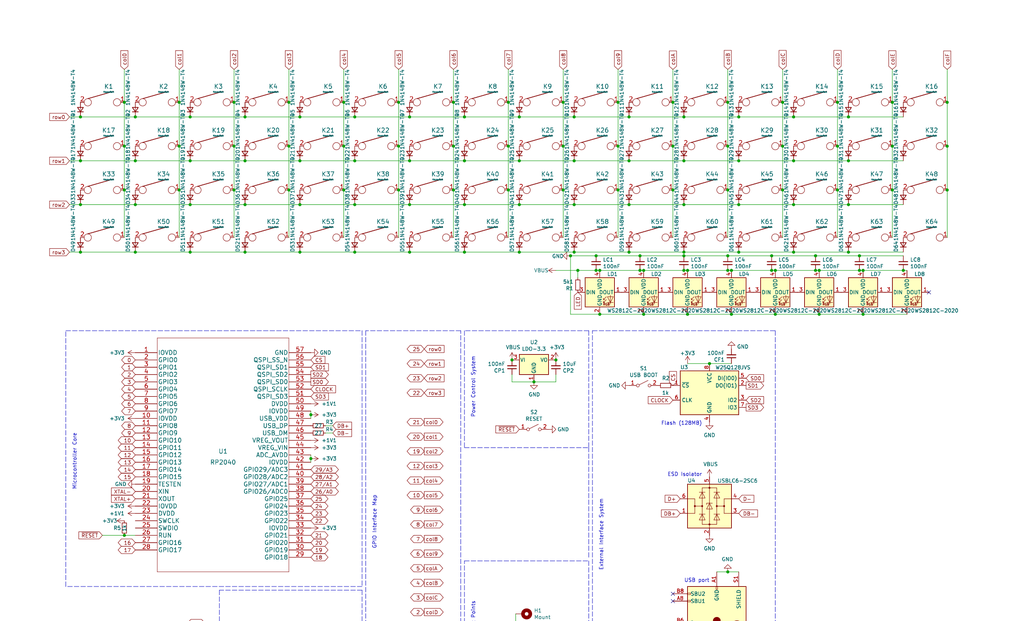
<source format=kicad_sch>
(kicad_sch (version 20211123) (generator eeschema)
  (paper "USLegal")
  (junction (at 161.29 40.64))
  (junction (at 254 109.22))
  (junction (at 142.24 71.12))
  (junction (at 256.54 40.64))
  (junction (at 328.93 35.56))
  (junction (at 46.99 87.63))
  (junction (at 275.59 55.88))
  (junction (at 208.28 109.22))
  (junction (at 309.88 35.56))
  (junction (at 85.09 71.12))
  (junction (at 66.04 87.63))
  (junction (at 81.28 66.04))
  (junction (at 199.39 71.12))
  (junction (at 252.73 50.8))
  (junction (at 110.49 262.255))
  (junction (at 179.07 223.52))
  (junction (at 218.44 87.63))
  (junction (at 85.09 40.64))
  (junction (at 269.24 93.98))
  (junction (at 64.77 267.335))
  (junction (at 252.73 35.56))
  (junction (at 81.28 50.8))
  (junction (at 275.59 87.63))
  (junction (at 218.44 71.12))
  (junction (at 104.14 87.63))
  (junction (at 180.34 71.12))
  (junction (at 195.58 35.56))
  (junction (at 237.49 93.98))
  (junction (at 119.38 35.56))
  (junction (at 123.19 87.63))
  (junction (at 299.72 109.22))
  (junction (at 228.6 230.505))
  (junction (at 66.04 40.64))
  (junction (at 104.14 71.12))
  (junction (at 328.93 50.8))
  (junction (at 64.77 262.255))
  (junction (at 313.69 93.98))
  (junction (at 290.83 66.04))
  (junction (at 43.18 66.04))
  (junction (at 43.18 186.055))
  (junction (at 157.48 35.56))
  (junction (at 96.52 222.885))
  (junction (at 101.6 227.965))
  (junction (at 27.94 71.12))
  (junction (at 233.68 35.56))
  (junction (at 96.52 239.395))
  (junction (at 161.29 71.12))
  (junction (at 238.76 109.22))
  (junction (at 237.49 88.9))
  (junction (at 133.35 267.335))
  (junction (at 138.43 50.8))
  (junction (at 76.2 262.255))
  (junction (at 62.23 66.04))
  (junction (at 121.92 262.255))
  (junction (at 43.18 35.56))
  (junction (at 218.44 55.88))
  (junction (at 39.37 262.255))
  (junction (at 271.78 35.56))
  (junction (at 222.25 88.9))
  (junction (at 267.97 93.98))
  (junction (at 96.52 233.045))
  (junction (at 91.44 227.965))
  (junction (at 237.49 87.63))
  (junction (at 96.52 216.535))
  (junction (at 283.21 93.98))
  (junction (at 290.83 50.8))
  (junction (at 107.95 159.385))
  (junction (at 99.06 262.255))
  (junction (at 177.8 125.095))
  (junction (at 62.23 50.8))
  (junction (at 284.48 109.22))
  (junction (at 161.29 87.63))
  (junction (at 142.24 87.63))
  (junction (at 138.43 66.04))
  (junction (at 233.68 50.8))
  (junction (at 328.93 66.04))
  (junction (at 199.39 87.63))
  (junction (at 85.09 55.88))
  (junction (at 222.25 93.98))
  (junction (at 85.09 87.63))
  (junction (at 119.38 66.04))
  (junction (at 46.99 55.88))
  (junction (at 284.48 93.98))
  (junction (at 208.28 93.98))
  (junction (at 214.63 50.8))
  (junction (at 271.78 66.04))
  (junction (at 157.48 50.8))
  (junction (at 252.73 66.04))
  (junction (at 233.68 66.04))
  (junction (at 269.24 109.22))
  (junction (at 46.99 71.12))
  (junction (at 256.54 87.63))
  (junction (at 176.53 66.04))
  (junction (at 87.63 262.255))
  (junction (at 238.76 93.98))
  (junction (at 256.54 55.88))
  (junction (at 193.04 125.095))
  (junction (at 298.45 88.9))
  (junction (at 218.44 40.64))
  (junction (at 66.04 71.12))
  (junction (at 252.73 88.9))
  (junction (at 271.78 50.8))
  (junction (at 207.01 93.98))
  (junction (at 179.07 220.98))
  (junction (at 199.39 40.64))
  (junction (at 254 93.98))
  (junction (at 237.49 40.64))
  (junction (at 223.52 93.98))
  (junction (at 214.63 66.04))
  (junction (at 100.33 66.04))
  (junction (at 161.29 55.88))
  (junction (at 195.58 66.04))
  (junction (at 157.48 66.04))
  (junction (at 62.23 35.56))
  (junction (at 198.12 88.9))
  (junction (at 176.53 35.56))
  (junction (at 237.49 55.88))
  (junction (at 185.42 132.715))
  (junction (at 27.94 40.64))
  (junction (at 121.92 267.335))
  (junction (at 123.19 71.12))
  (junction (at 237.49 71.12))
  (junction (at 104.14 55.88))
  (junction (at 246.38 126.365))
  (junction (at 195.58 50.8))
  (junction (at 76.2 267.335))
  (junction (at 180.34 55.88))
  (junction (at 256.54 71.12))
  (junction (at 87.63 267.335))
  (junction (at 214.63 35.56))
  (junction (at 298.45 93.98))
  (junction (at 223.52 109.22))
  (junction (at 27.94 87.63))
  (junction (at 138.43 35.56))
  (junction (at 294.64 87.63))
  (junction (at 81.28 35.56))
  (junction (at 252.73 198.755))
  (junction (at 180.34 40.64))
  (junction (at 283.21 88.9))
  (junction (at 123.19 55.88))
  (junction (at 180.34 87.63))
  (junction (at 252.73 93.98))
  (junction (at 179.07 218.44))
  (junction (at 142.24 55.88))
  (junction (at 107.95 144.145))
  (junction (at 99.06 267.335))
  (junction (at 200.66 93.98))
  (junction (at 100.33 50.8))
  (junction (at 290.83 35.56))
  (junction (at 294.64 55.88))
  (junction (at 199.39 55.88))
  (junction (at 294.64 40.64))
  (junction (at 110.49 267.335))
  (junction (at 207.01 88.9))
  (junction (at 27.94 55.88))
  (junction (at 43.18 50.8))
  (junction (at 46.99 40.64))
  (junction (at 142.24 40.64))
  (junction (at 267.97 88.9))
  (junction (at 119.38 50.8))
  (junction (at 309.88 66.04))
  (junction (at 133.35 262.255))
  (junction (at 275.59 40.64))
  (junction (at 294.64 71.12))
  (junction (at 104.14 40.64))
  (junction (at 123.19 40.64))
  (junction (at 39.37 267.335))
  (junction (at 66.04 55.88))
  (junction (at 275.59 71.12))
  (junction (at 176.53 50.8))
  (junction (at 299.72 93.98))
  (junction (at 309.88 50.8))
  (junction (at 100.33 35.56))
  (no_connect (at 233.68 206.375))
  (no_connect (at 233.68 208.915))
  (no_connect (at 322.58 101.6))
  (wire (pts (xy 237.49 87.63) (xy 218.44 87.63)))
  (wire (pts (xy 180.34 87.63) (xy 161.29 87.63)))
  (wire (pts (xy 328.93 35.56) (xy 328.93 50.8)))
  (wire (pts (xy 46.99 87.63) (xy 27.94 87.63)))
  (wire (pts (xy 237.49 40.64) (xy 256.54 40.64)))
  (wire (pts (xy 85.09 71.12) (xy 104.14 71.12)))
  (wire (pts (xy 157.48 35.56) (xy 157.48 50.8)))
  (wire (pts (xy 101.6 216.535) (xy 101.6 227.965)))
  (polyline (pts (xy 22.86 282.575) (xy 160.02 282.575)))
  (wire (pts (xy 267.97 88.9) (xy 283.21 88.9)))
  (wire (pts (xy 123.19 71.12) (xy 142.24 71.12)))
  (wire (pts (xy 96.52 222.885) (xy 109.22 222.885)))
  (polyline (pts (xy 125.73 205.105) (xy 125.73 250.825)))
  (wire (pts (xy 290.83 66.04) (xy 290.83 82.55)))
  (wire (pts (xy 104.14 71.12) (xy 123.19 71.12)))
  (wire (pts (xy 62.23 50.8) (xy 62.23 66.04)))
  (wire (pts (xy 107.95 142.875) (xy 107.95 144.145)))
  (wire (pts (xy 133.35 267.335) (xy 121.92 267.335)))
  (wire (pts (xy 142.24 40.64) (xy 161.29 40.64)))
  (wire (pts (xy 256.54 55.88) (xy 237.49 55.88)))
  (wire (pts (xy 119.38 24.13) (xy 119.38 35.56)))
  (wire (pts (xy 161.29 71.12) (xy 180.34 71.12)))
  (wire (pts (xy 207.01 93.98) (xy 208.28 93.98)))
  (wire (pts (xy 256.54 71.12) (xy 275.59 71.12)))
  (polyline (pts (xy 161.29 114.935) (xy 161.29 155.575)))
  (wire (pts (xy 138.43 50.8) (xy 138.43 66.04)))
  (wire (pts (xy 283.21 93.98) (xy 284.48 93.98)))
  (wire (pts (xy 39.37 262.255) (xy 34.29 262.255)))
  (wire (pts (xy 252.73 35.56) (xy 252.73 24.13)))
  (wire (pts (xy 199.39 71.12) (xy 218.44 71.12)))
  (wire (pts (xy 119.38 50.8) (xy 119.38 66.04)))
  (wire (pts (xy 252.73 50.8) (xy 252.73 66.04)))
  (wire (pts (xy 275.59 40.64) (xy 294.64 40.64)))
  (polyline (pts (xy 269.24 114.935) (xy 269.24 250.825)))
  (wire (pts (xy 24.13 40.64) (xy 27.94 40.64)))
  (polyline (pts (xy 125.73 205.105) (xy 76.2 205.105)))
  (wire (pts (xy 309.88 50.8) (xy 309.88 66.04)))
  (wire (pts (xy 290.83 35.56) (xy 290.83 24.13)))
  (wire (pts (xy 96.52 221.615) (xy 96.52 222.885)))
  (polyline (pts (xy 76.2 250.825) (xy 125.73 250.825)))
  (wire (pts (xy 199.39 40.64) (xy 218.44 40.64)))
  (wire (pts (xy 269.24 93.98) (xy 283.21 93.98)))
  (wire (pts (xy 208.28 93.98) (xy 222.25 93.98)))
  (wire (pts (xy 24.13 71.12) (xy 27.94 71.12)))
  (wire (pts (xy 100.33 66.04) (xy 100.33 82.55)))
  (wire (pts (xy 100.33 35.56) (xy 100.33 50.8)))
  (wire (pts (xy 121.92 267.335) (xy 110.49 267.335)))
  (polyline (pts (xy 204.47 193.675) (xy 204.47 155.575)))
  (wire (pts (xy 66.04 55.88) (xy 46.99 55.88)))
  (wire (pts (xy 199.39 55.88) (xy 180.34 55.88)))
  (polyline (pts (xy 160.02 250.825) (xy 160.02 114.935)))
  (wire (pts (xy 252.73 93.98) (xy 254 93.98)))
  (wire (pts (xy 233.68 66.04) (xy 233.68 82.55)))
  (polyline (pts (xy 160.02 252.095) (xy 22.86 252.095)))
  (wire (pts (xy 195.58 24.13) (xy 195.58 35.56)))
  (wire (pts (xy 180.34 71.12) (xy 199.39 71.12)))
  (wire (pts (xy 43.18 66.04) (xy 43.18 82.55)))
  (wire (pts (xy 193.04 93.98) (xy 200.66 93.98)))
  (wire (pts (xy 298.45 88.9) (xy 313.69 88.9)))
  (wire (pts (xy 195.58 35.56) (xy 195.58 50.8)))
  (wire (pts (xy 87.63 262.255) (xy 76.2 262.255)))
  (wire (pts (xy 66.04 87.63) (xy 46.99 87.63)))
  (wire (pts (xy 27.94 40.64) (xy 46.99 40.64)))
  (wire (pts (xy 66.04 71.12) (xy 85.09 71.12)))
  (wire (pts (xy 328.93 50.8) (xy 328.93 66.04)))
  (wire (pts (xy 115.57 147.955) (xy 113.03 147.955)))
  (wire (pts (xy 238.76 93.98) (xy 252.73 93.98)))
  (wire (pts (xy 76.2 262.255) (xy 64.77 262.255)))
  (wire (pts (xy 81.28 50.8) (xy 81.28 66.04)))
  (wire (pts (xy 198.12 88.9) (xy 198.12 109.22)))
  (wire (pts (xy 96.52 233.045) (xy 96.52 231.775)))
  (wire (pts (xy 275.59 71.12) (xy 294.64 71.12)))
  (wire (pts (xy 177.8 132.715) (xy 185.42 132.715)))
  (wire (pts (xy 123.19 55.88) (xy 104.14 55.88)))
  (wire (pts (xy 62.23 24.13) (xy 62.23 35.56)))
  (wire (pts (xy 81.28 66.04) (xy 81.28 82.55)))
  (wire (pts (xy 85.09 87.63) (xy 66.04 87.63)))
  (wire (pts (xy 44.45 262.255) (xy 39.37 262.255)))
  (wire (pts (xy 119.38 66.04) (xy 119.38 82.55)))
  (wire (pts (xy 284.48 109.22) (xy 299.72 109.22)))
  (wire (pts (xy 179.07 218.44) (xy 179.07 213.36)))
  (wire (pts (xy 223.52 109.22) (xy 238.76 109.22)))
  (wire (pts (xy 179.07 223.52) (xy 179.07 228.6)))
  (polyline (pts (xy 204.47 114.935) (xy 204.47 155.575)))
  (wire (pts (xy 228.6 229.235) (xy 228.6 230.505)))
  (wire (pts (xy 133.35 262.255) (xy 121.92 262.255)))
  (wire (pts (xy 198.12 88.9) (xy 207.01 88.9)))
  (wire (pts (xy 96.52 222.885) (xy 96.52 224.155)))
  (polyline (pts (xy 76.2 205.105) (xy 76.2 250.825)))
  (wire (pts (xy 237.49 71.12) (xy 256.54 71.12)))
  (wire (pts (xy 309.88 35.56) (xy 309.88 50.8)))
  (wire (pts (xy 198.12 109.22) (xy 208.28 109.22)))
  (polyline (pts (xy 204.47 194.945) (xy 204.47 250.825)))
  (wire (pts (xy 299.72 109.22) (xy 314.96 109.22)))
  (wire (pts (xy 283.21 88.9) (xy 298.45 88.9)))
  (wire (pts (xy 39.37 267.335) (xy 34.29 267.335)))
  (wire (pts (xy 107.95 144.145) (xy 107.95 145.415)))
  (wire (pts (xy 238.76 109.22) (xy 254 109.22)))
  (wire (pts (xy 214.63 35.56) (xy 214.63 24.13)))
  (wire (pts (xy 233.68 24.13) (xy 233.68 35.56)))
  (polyline (pts (xy 125.73 203.835) (xy 22.86 203.835)))
  (wire (pts (xy 313.69 93.98) (xy 314.96 93.98)))
  (wire (pts (xy 115.57 150.495) (xy 113.03 150.495)))
  (wire (pts (xy 27.94 71.12) (xy 46.99 71.12)))
  (wire (pts (xy 185.42 132.715) (xy 193.04 132.715)))
  (wire (pts (xy 267.97 93.98) (xy 269.24 93.98)))
  (wire (pts (xy 233.68 50.8) (xy 233.68 66.04)))
  (wire (pts (xy 237.49 93.98) (xy 238.76 93.98)))
  (wire (pts (xy 222.25 93.98) (xy 223.52 93.98)))
  (wire (pts (xy 144.78 267.335) (xy 133.35 267.335)))
  (wire (pts (xy 161.29 55.88) (xy 142.24 55.88)))
  (wire (pts (xy 275.59 55.88) (xy 256.54 55.88)))
  (wire (pts (xy 96.52 239.395) (xy 101.6 239.395)))
  (wire (pts (xy 193.04 132.715) (xy 193.04 130.175)))
  (wire (pts (xy 87.63 267.335) (xy 76.2 267.335)))
  (wire (pts (xy 107.95 158.115) (xy 107.95 159.385)))
  (wire (pts (xy 294.64 55.88) (xy 275.59 55.88)))
  (wire (pts (xy 64.77 267.335) (xy 53.34 267.335)))
  (wire (pts (xy 81.28 35.56) (xy 81.28 50.8)))
  (wire (pts (xy 91.44 239.395) (xy 91.44 227.965)))
  (wire (pts (xy 157.48 50.8) (xy 157.48 66.04)))
  (wire (pts (xy 252.73 66.04) (xy 252.73 82.55)))
  (wire (pts (xy 271.78 82.55) (xy 271.78 66.04)))
  (wire (pts (xy 309.88 66.04) (xy 309.88 82.55)))
  (wire (pts (xy 43.18 50.8) (xy 43.18 66.04)))
  (polyline (pts (xy 161.29 194.945) (xy 204.47 194.945)))
  (wire (pts (xy 100.33 50.8) (xy 100.33 66.04)))
  (wire (pts (xy 99.06 267.335) (xy 87.63 267.335)))
  (wire (pts (xy 43.18 186.055) (xy 46.99 186.055)))
  (wire (pts (xy 104.14 40.64) (xy 123.19 40.64)))
  (polyline (pts (xy 22.86 114.935) (xy 125.73 114.935)))
  (wire (pts (xy 237.49 88.9) (xy 252.73 88.9)))
  (wire (pts (xy 96.52 239.395) (xy 91.44 239.395)))
  (wire (pts (xy 228.6 230.505) (xy 228.6 231.775)))
  (wire (pts (xy 252.73 88.9) (xy 267.97 88.9)))
  (wire (pts (xy 313.69 55.88) (xy 294.64 55.88)))
  (wire (pts (xy 101.6 239.395) (xy 101.6 227.965)))
  (wire (pts (xy 284.48 93.98) (xy 298.45 93.98)))
  (wire (pts (xy 119.38 35.56) (xy 119.38 50.8)))
  (wire (pts (xy 177.8 130.175) (xy 177.8 132.715)))
  (wire (pts (xy 46.99 40.64) (xy 66.04 40.64)))
  (wire (pts (xy 328.93 35.56) (xy 328.93 24.13)))
  (wire (pts (xy 123.19 87.63) (xy 104.14 87.63)))
  (wire (pts (xy 233.68 216.535) (xy 233.68 219.075)))
  (wire (pts (xy 207.01 88.9) (xy 222.25 88.9)))
  (wire (pts (xy 218.44 55.88) (xy 199.39 55.88)))
  (wire (pts (xy 96.52 233.045) (xy 104.14 233.045)))
  (wire (pts (xy 157.48 24.13) (xy 157.48 35.56)))
  (wire (pts (xy 176.53 35.56) (xy 176.53 24.13)))
  (wire (pts (xy 104.14 87.63) (xy 85.09 87.63)))
  (wire (pts (xy 85.09 40.64) (xy 104.14 40.64)))
  (wire (pts (xy 200.66 93.98) (xy 207.01 93.98)))
  (wire (pts (xy 313.69 87.63) (xy 294.64 87.63)))
  (wire (pts (xy 328.93 66.04) (xy 328.93 82.55)))
  (wire (pts (xy 43.18 35.56) (xy 43.18 24.13)))
  (wire (pts (xy 138.43 35.56) (xy 138.43 24.13)))
  (polyline (pts (xy 160.02 282.575) (xy 160.02 252.095)))
  (wire (pts (xy 233.68 221.615) (xy 233.68 224.155)))
  (wire (pts (xy 104.14 55.88) (xy 85.09 55.88)))
  (wire (pts (xy 96.52 234.315) (xy 96.52 233.045)))
  (wire (pts (xy 101.6 227.965) (xy 105.41 227.965)))
  (wire (pts (xy 294.64 71.12) (xy 313.69 71.12)))
  (wire (pts (xy 179.07 220.98) (xy 179.07 223.52)))
  (wire (pts (xy 24.13 87.63) (xy 27.94 87.63)))
  (polyline (pts (xy 205.74 250.825) (xy 205.74 114.935)))
  (wire (pts (xy 176.53 66.04) (xy 176.53 82.55)))
  (wire (pts (xy 252.73 35.56) (xy 252.73 50.8)))
  (wire (pts (xy 100.33 35.56) (xy 100.33 24.13)))
  (polyline (pts (xy 125.73 114.935) (xy 125.73 203.835)))
  (wire (pts (xy 138.43 35.56) (xy 138.43 50.8)))
  (wire (pts (xy 271.78 50.8) (xy 271.78 35.56)))
  (wire (pts (xy 256.54 40.64) (xy 275.59 40.64)))
  (wire (pts (xy 66.04 40.64) (xy 85.09 40.64)))
  (wire (pts (xy 254 109.22) (xy 269.24 109.22)))
  (wire (pts (xy 24.13 55.88) (xy 27.94 55.88)))
  (wire (pts (xy 218.44 87.63) (xy 199.39 87.63)))
  (wire (pts (xy 64.77 262.255) (xy 53.34 262.255)))
  (wire (pts (xy 161.29 40.64) (xy 180.34 40.64)))
  (wire (pts (xy 121.92 262.255) (xy 110.49 262.255)))
  (polyline (pts (xy 205.74 114.935) (xy 269.24 114.935)))
  (polyline (pts (xy 22.86 203.835) (xy 22.86 114.935)))
  (wire (pts (xy 294.64 87.63) (xy 275.59 87.63)))
  (polyline (pts (xy 127 114.935) (xy 127 250.825)))
  (wire (pts (xy 62.23 66.04) (xy 62.23 82.55)))
  (wire (pts (xy 110.49 267.335) (xy 99.06 267.335)))
  (wire (pts (xy 91.44 227.965) (xy 91.44 216.535)))
  (wire (pts (xy 290.83 50.8) (xy 290.83 66.04)))
  (wire (pts (xy 214.63 50.8) (xy 214.63 66.04)))
  (wire (pts (xy 142.24 71.12) (xy 161.29 71.12)))
  (polyline (pts (xy 204.47 114.935) (xy 161.29 114.935)))
  (wire (pts (xy 85.09 55.88) (xy 66.04 55.88)))
  (wire (pts (xy 138.43 66.04) (xy 138.43 82.55)))
  (wire (pts (xy 199.39 87.63) (xy 180.34 87.63)))
  (polyline (pts (xy 269.24 250.825) (xy 205.74 250.825)))
  (wire (pts (xy 256.54 198.755) (xy 252.73 198.755)))
  (wire (pts (xy 200.66 96.52) (xy 200.66 93.98)))
  (wire (pts (xy 99.06 262.255) (xy 87.63 262.255)))
  (polyline (pts (xy 160.02 114.935) (xy 127 114.935)))
  (wire (pts (xy 144.78 262.255) (xy 133.35 262.255)))
  (wire (pts (xy 179.07 218.44) (xy 179.07 220.98)))
  (polyline (pts (xy 161.29 155.575) (xy 204.47 155.575)))
  (wire (pts (xy 299.72 93.98) (xy 313.69 93.98)))
  (wire (pts (xy 246.38 126.365) (xy 254 126.365)))
  (polyline (pts (xy 161.29 250.825) (xy 161.29 194.945)))
  (wire (pts (xy 208.28 109.22) (xy 223.52 109.22)))
  (wire (pts (xy 218.44 40.64) (xy 237.49 40.64)))
  (wire (pts (xy 96.52 216.535) (xy 101.6 216.535)))
  (wire (pts (xy 271.78 24.13) (xy 271.78 35.56)))
  (polyline (pts (xy 204.47 250.825) (xy 161.29 250.825)))
  (wire (pts (xy 214.63 66.04) (xy 214.63 82.55)))
  (wire (pts (xy 294.64 40.64) (xy 313.69 40.64)))
  (wire (pts (xy 252.73 198.755) (xy 248.92 198.755)))
  (wire (pts (xy 298.45 93.98) (xy 299.72 93.98)))
  (wire (pts (xy 176.53 35.56) (xy 176.53 50.8)))
  (wire (pts (xy 254 93.98) (xy 267.97 93.98)))
  (wire (pts (xy 46.99 55.88) (xy 27.94 55.88)))
  (wire (pts (xy 157.48 66.04) (xy 157.48 82.55)))
  (wire (pts (xy 218.44 71.12) (xy 237.49 71.12)))
  (wire (pts (xy 271.78 66.04) (xy 271.78 50.8)))
  (wire (pts (xy 62.23 35.56) (xy 62.23 50.8)))
  (wire (pts (xy 142.24 55.88) (xy 123.19 55.88)))
  (wire (pts (xy 233.68 35.56) (xy 233.68 50.8)))
  (wire (pts (xy 161.29 87.63) (xy 142.24 87.63)))
  (wire (pts (xy 46.99 71.12) (xy 66.04 71.12)))
  (wire (pts (xy 290.83 35.56) (xy 290.83 50.8)))
  (wire (pts (xy 81.28 24.13) (xy 81.28 35.56)))
  (wire (pts (xy 195.58 66.04) (xy 195.58 82.55)))
  (wire (pts (xy 275.59 87.63) (xy 256.54 87.63)))
  (wire (pts (xy 91.44 216.535) (xy 96.52 216.535)))
  (wire (pts (xy 238.76 126.365) (xy 246.38 126.365)))
  (wire (pts (xy 214.63 35.56) (xy 214.63 50.8)))
  (wire (pts (xy 256.54 87.63) (xy 237.49 87.63)))
  (wire (pts (xy 76.2 267.335) (xy 64.77 267.335)))
  (wire (pts (xy 222.25 88.9) (xy 237.49 88.9)))
  (wire (pts (xy 107.95 159.385) (xy 107.95 160.655)))
  (wire (pts (xy 180.34 40.64) (xy 199.39 40.64)))
  (wire (pts (xy 269.24 109.22) (xy 284.48 109.22)))
  (wire (pts (xy 237.49 55.88) (xy 218.44 55.88)))
  (wire (pts (xy 142.24 87.63) (xy 123.19 87.63)))
  (polyline (pts (xy 22.86 282.575) (xy 22.86 252.095)))
  (wire (pts (xy 223.52 93.98) (xy 237.49 93.98)))
  (wire (pts (xy 110.49 262.255) (xy 99.06 262.255)))
  (wire (pts (xy 44.45 267.335) (xy 39.37 267.335)))
  (wire (pts (xy 123.19 40.64) (xy 142.24 40.64)))
  (polyline (pts (xy 127 250.825) (xy 160.02 250.825)))
  (wire (pts (xy 195.58 50.8) (xy 195.58 66.04)))
  (wire (pts (xy 309.88 24.13) (xy 309.88 35.56)))
  (wire (pts (xy 176.53 50.8) (xy 176.53 66.04)))
  (wire (pts (xy 35.56 186.055) (xy 43.18 186.055)))
  (wire (pts (xy 180.34 55.88) (xy 161.29 55.88)))
  (wire (pts (xy 43.18 35.56) (xy 43.18 50.8)))
  (text "Flash (128MB)" (at 243.84 147.955 180) (effects (font (size 1.27 1.27)) (justify right bottom)))
  (text "USB port" (at 246.38 202.565 180) (effects (font (size 1.27 1.27)) (justify right bottom)))
  (text "ESD Isolator" (at 243.84 165.735 180) (effects (font (size 1.27 1.27)) (justify right bottom)))
  (text "Power Control System" (at 165.1 123.825 270) (effects (font (size 1.27 1.27)) (justify right bottom)))
  (text "Chassis Ground Mount Points" (at 165.1 208.915 270) (effects (font (size 1.27 1.27)) (justify right bottom)))
  (text "Microcontroller Core" (at 26.67 150.495 270) (effects (font (size 1.27 1.27)) (justify right bottom)))
  (text "GPIO Interface Map" (at 130.81 172.085 270) (effects (font (size 1.27 1.27)) (justify right bottom)))
  (text "External Interface System" (at 209.55 173.355 270) (effects (font (size 1.27 1.27)) (justify right bottom)))
  (text "Clock Reference" (at 80.01 220.345 270) (effects (font (size 1.27 1.27)) (justify right bottom)))
  (text "Microcontroller Power Regulation" (at 76.2 280.035 0) (effects (font (size 1.27 1.27)) (justify left bottom)))
  (global_label "4" (shape bidirectional) (at 46.99 135.255 180) (property "Intersheet References" "${INTERSHEET_REFS}" (effects hide)))
  (global_label "23" (shape bidirectional) (at 147.32 131.445 180) (property "Intersheet References" "${INTERSHEET_REFS}" (effects hide)))
  (global_label "vUSB" (shape input) (at 233.68 236.855 270) (property "Intersheet References" "${INTERSHEET_REFS}" (effects hide)))
  (global_label "22" (shape bidirectional) (at 147.32 136.525 180) (property "Intersheet References" "${INTERSHEET_REFS}" (effects hide)))
  (global_label "16" (shape bidirectional) (at 71.12 224.155 180) (property "Intersheet References" "${INTERSHEET_REFS}" (effects hide)))
  (global_label "col3" (shape output) (at 147.32 161.925 0) (property "Intersheet References" "${INTERSHEET_REFS}" (effects hide)))
  (global_label "SD2" (shape input) (at 259.08 139.065 0) (property "Intersheet References" "${INTERSHEET_REFS}" (effects hide)))
  (global_label "row1" (shape input) (at 24.13 55.88 180) (property "Intersheet References" "${INTERSHEET_REFS}" (effects hide)))
  (global_label "colF" (shape input) (at 328.93 24.13 90) (property "Intersheet References" "${INTERSHEET_REFS}" (effects hide)))
  (global_label "19" (shape bidirectional) (at 147.32 156.845 180) (property "Intersheet References" "${INTERSHEET_REFS}" (effects hide)))
  (global_label "8" (shape bidirectional) (at 147.32 182.245 180) (property "Intersheet References" "${INTERSHEET_REFS}" (effects hide)))
  (global_label "3" (shape bidirectional) (at 147.32 207.645 180) (property "Intersheet References" "${INTERSHEET_REFS}" (effects hide)))
  (global_label "SD1" (shape output) (at 259.08 133.985 0) (property "Intersheet References" "${INTERSHEET_REFS}" (effects hide)))
  (global_label "col1" (shape input) (at 62.23 24.13 90) (property "Intersheet References" "${INTERSHEET_REFS}" (effects hide)))
  (global_label "11" (shape bidirectional) (at 46.99 155.575 180) (property "Intersheet References" "${INTERSHEET_REFS}" (effects hide)))
  (global_label "1" (shape bidirectional) (at 46.99 127.635 180) (property "Intersheet References" "${INTERSHEET_REFS}" (effects hide)))
  (global_label "row2" (shape input) (at 147.32 131.445 0) (property "Intersheet References" "${INTERSHEET_REFS}" (effects hide)))
  (global_label "CS" (shape input) (at 107.95 125.095 0) (property "Intersheet References" "${INTERSHEET_REFS}" (effects hide)))
  (global_label "29{slash}A3" (shape bidirectional) (at 71.12 231.775 180) (property "Intersheet References" "${INTERSHEET_REFS}" (effects hide)))
  (global_label "col0" (shape output) (at 147.32 146.685 0) (property "Intersheet References" "${INTERSHEET_REFS}" (effects hide)))
  (global_label "8" (shape bidirectional) (at 46.99 147.955 180) (property "Intersheet References" "${INTERSHEET_REFS}" (effects hide)))
  (global_label "12" (shape bidirectional) (at 147.32 161.925 180) (property "Intersheet References" "${INTERSHEET_REFS}" (effects hide)))
  (global_label "col4" (shape input) (at 119.38 24.13 90) (property "Intersheet References" "${INTERSHEET_REFS}" (effects hide)))
  (global_label "colC" (shape output) (at 147.32 207.645 0) (property "Intersheet References" "${INTERSHEET_REFS}" (effects hide)))
  (global_label "26{slash}A0" (shape bidirectional) (at 107.95 170.815 0) (property "Intersheet References" "${INTERSHEET_REFS}" (effects hide)))
  (global_label "11" (shape bidirectional) (at 147.32 167.005 180) (property "Intersheet References" "${INTERSHEET_REFS}" (effects hide)))
  (global_label "~{RESET}" (shape input) (at 35.56 186.055 180) (property "Intersheet References" "${INTERSHEET_REFS}" (effects hide)))
  (global_label "4" (shape bidirectional) (at 147.32 202.565 180) (property "Intersheet References" "${INTERSHEET_REFS}" (effects hide)))
  (global_label "25" (shape bidirectional) (at 147.32 121.285 180) (property "Intersheet References" "${INTERSHEET_REFS}" (effects hide)))
  (global_label "9" (shape bidirectional) (at 147.32 177.165 180) (property "Intersheet References" "${INTERSHEET_REFS}" (effects hide)))
  (global_label "16" (shape bidirectional) (at 46.99 188.595 180) (property "Intersheet References" "${INTERSHEET_REFS}" (effects hide)))
  (global_label "15" (shape bidirectional) (at 71.12 221.615 180) (property "Intersheet References" "${INTERSHEET_REFS}" (effects hide)))
  (global_label "col0" (shape input) (at 43.18 24.13 90) (property "Intersheet References" "${INTERSHEET_REFS}" (effects hide)))
  (global_label "col2" (shape input) (at 81.28 24.13 90) (property "Intersheet References" "${INTERSHEET_REFS}" (effects hide)))
  (global_label "col2" (shape output) (at 147.32 156.845 0) (property "Intersheet References" "${INTERSHEET_REFS}" (effects hide)))
  (global_label "SD1" (shape input) (at 107.95 127.635 0) (property "Intersheet References" "${INTERSHEET_REFS}" (effects hide)))
  (global_label "0" (shape bidirectional) (at 46.99 125.095 180) (property "Intersheet References" "${INTERSHEET_REFS}" (effects hide)))
  (global_label "18" (shape bidirectional) (at 107.95 193.675 0) (property "Intersheet References" "${INTERSHEET_REFS}" (effects hide)))
  (global_label "DB+" (shape input) (at 236.22 178.435 180) (property "Intersheet References" "${INTERSHEET_REFS}" (effects hide)))
  (global_label "22" (shape bidirectional) (at 107.95 180.975 0) (property "Intersheet References" "${INTERSHEET_REFS}" (effects hide)))
  (global_label "10" (shape bidirectional) (at 147.32 172.085 180) (property "Intersheet References" "${INTERSHEET_REFS}" (effects hide)))
  (global_label "2" (shape bidirectional) (at 46.99 130.175 180) (property "Intersheet References" "${INTERSHEET_REFS}" (effects hide)))
  (global_label "LED" (shape input) (at 200.66 101.6 270) (property "Intersheet References" "${INTERSHEET_REFS}" (effects hide)))
  (global_label "23" (shape bidirectional) (at 107.95 178.435 0) (property "Intersheet References" "${INTERSHEET_REFS}" (effects hide)))
  (global_label "D+" (shape input) (at 236.22 173.355 180) (property "Intersheet References" "${INTERSHEET_REFS}" (effects hide)))
  (global_label "14" (shape bidirectional) (at 46.99 163.195 180) (property "Intersheet References" "${INTERSHEET_REFS}" (effects hide)))
  (global_label "D-" (shape input) (at 256.54 173.355 0) (property "Intersheet References" "${INTERSHEET_REFS}" (effects hide)))
  (global_label "28{slash}A2" (shape bidirectional) (at 107.95 165.735 0) (property "Intersheet References" "${INTERSHEET_REFS}" (effects hide)))
  (global_label "row1" (shape input) (at 147.32 126.365 0) (property "Intersheet References" "${INTERSHEET_REFS}" (effects hide)))
  (global_label "CLOCK" (shape input) (at 107.95 135.255 0) (property "Intersheet References" "${INTERSHEET_REFS}" (effects hide)))
  (global_label "14" (shape bidirectional) (at 71.12 219.075 180) (property "Intersheet References" "${INTERSHEET_REFS}" (effects hide)))
  (global_label "SD0" (shape input) (at 259.08 131.445 0) (property "Intersheet References" "${INTERSHEET_REFS}" (effects hide)))
  (global_label "25" (shape bidirectional) (at 107.95 173.355 0) (property "Intersheet References" "${INTERSHEET_REFS}" (effects hide)))
  (global_label "colA" (shape output) (at 147.32 197.485 0) (property "Intersheet References" "${INTERSHEET_REFS}" (effects hide)))
  (global_label "6" (shape bidirectional) (at 46.99 140.335 180) (property "Intersheet References" "${INTERSHEET_REFS}" (effects hide)))
  (global_label "colE" (shape input) (at 309.88 24.13 90) (property "Intersheet References" "${INTERSHEET_REFS}" (effects hide)))
  (global_label "DB-" (shape input) (at 256.54 178.435 0) (property "Intersheet References" "${INTERSHEET_REFS}" (effects hide)))
  (global_label "D-" (shape input) (at 233.68 221.615 180) (property "Intersheet References" "${INTERSHEET_REFS}" (effects hide)))
  (global_label "row0" (shape input) (at 147.32 121.285 0) (property "Intersheet References" "${INTERSHEET_REFS}" (effects hide)))
  (global_label "row0" (shape input) (at 24.13 40.64 180) (property "Intersheet References" "${INTERSHEET_REFS}" (effects hide)))
  (global_label "col7" (shape input) (at 176.53 24.13 90) (property "Intersheet References" "${INTERSHEET_REFS}" (effects hide)))
  (global_label "CS" (shape input) (at 233.68 133.985 90) (property "Intersheet References" "${INTERSHEET_REFS}" (effects hide)))
  (global_label "0" (shape bidirectional) (at 147.32 222.885 180) (property "Intersheet References" "${INTERSHEET_REFS}" (effects hide)))
  (global_label "colB" (shape input) (at 252.73 24.13 90) (property "Intersheet References" "${INTERSHEET_REFS}" (effects hide)))
  (global_label "5" (shape bidirectional) (at 147.32 197.485 180) (property "Intersheet References" "${INTERSHEET_REFS}" (effects hide)))
  (global_label "SD3" (shape output) (at 259.08 141.605 0) (property "Intersheet References" "${INTERSHEET_REFS}" (effects hide)))
  (global_label "6" (shape bidirectional) (at 147.32 192.405 180) (property "Intersheet References" "${INTERSHEET_REFS}" (effects hide)))
  (global_label "20" (shape bidirectional) (at 147.32 151.765 180) (property "Intersheet References" "${INTERSHEET_REFS}" (effects hide)))
  (global_label "27{slash}A1" (shape bidirectional) (at 107.95 168.275 0) (property "Intersheet References" "${INTERSHEET_REFS}" (effects hide)))
  (global_label "LED" (shape output) (at 147.32 233.045 0) (property "Intersheet References" "${INTERSHEET_REFS}" (effects hide)))
  (global_label "18" (shape bidirectional) (at 71.12 229.235 180) (property "Intersheet References" "${INTERSHEET_REFS}" (effects hide)))
  (global_label "colE" (shape output) (at 147.32 217.805 0) (property "Intersheet References" "${INTERSHEET_REFS}" (effects hide)))
  (global_label "10" (shape bidirectional) (at 46.99 153.035 180) (property "Intersheet References" "${INTERSHEET_REFS}" (effects hide)))
  (global_label "colF" (shape output) (at 147.32 222.885 0) (property "Intersheet References" "${INTERSHEET_REFS}" (effects hide)))
  (global_label "SD0" (shape output) (at 107.95 132.715 0) (property "Intersheet References" "${INTERSHEET_REFS}" (effects hide)))
  (global_label "col8" (shape input) (at 195.58 24.13 90) (property "Intersheet References" "${INTERSHEET_REFS}" (effects hide)))
  (global_label "7" (shape bidirectional) (at 147.32 187.325 180) (property "Intersheet References" "${INTERSHEET_REFS}" (effects hide)))
  (global_label "colA" (shape input) (at 233.68 24.13 90) (property "Intersheet References" "${INTERSHEET_REFS}" (effects hide)))
  (global_label "28{slash}A2" (shape bidirectional) (at 71.12 236.855 180) (property "Intersheet References" "${INTERSHEET_REFS}" (effects hide)))
  (global_label "colB" (shape output) (at 147.32 202.565 0) (property "Intersheet References" "${INTERSHEET_REFS}" (effects hide)))
  (global_label "13" (shape bidirectional) (at 71.12 216.535 180) (property "Intersheet References" "${INTERSHEET_REFS}" (effects hide)))
  (global_label "1" (shape bidirectional) (at 147.32 217.805 180) (property "Intersheet References" "${INTERSHEET_REFS}" (effects hide)))
  (global_label "15" (shape bidirectional) (at 46.99 165.735 180) (property "Intersheet References" "${INTERSHEET_REFS}" (effects hide)))
  (global_label "17" (shape bidirectional) (at 71.12 226.695 180) (property "Intersheet References" "${INTERSHEET_REFS}" (effects hide)))
  (global_label "26{slash}A0" (shape bidirectional) (at 147.32 233.045 180) (property "Intersheet References" "${INTERSHEET_REFS}" (effects hide)))
  (global_label "13" (shape bidirectional) (at 46.99 160.655 180) (property "Intersheet References" "${INTERSHEET_REFS}" (effects hide)))
  (global_label "col4" (shape output) (at 147.32 167.005 0) (property "Intersheet References" "${INTERSHEET_REFS}" (effects hide)))
  (global_label "20" (shape bidirectional) (at 107.95 188.595 0) (property "Intersheet References" "${INTERSHEET_REFS}" (effects hide)))
  (global_label "col6" (shape input) (at 157.48 24.13 90) (property "Intersheet References" "${INTERSHEET_REFS}" (effects hide)))
  (global_label "col3" (shape input) (at 100.33 24.13 90) (property "Intersheet References" "${INTERSHEET_REFS}" (effects hide)))
  (global_label "27{slash}A1" (shape bidirectional) (at 71.12 234.315 180) (property "Intersheet References" "${INTERSHEET_REFS}" (effects hide)))
  (global_label "row2" (shape input) (at 24.13 71.12 180) (property "Intersheet References" "${INTERSHEET_REFS}" (effects hide)))
  (global_label "col6" (shape output) (at 147.32 177.165 0) (property "Intersheet References" "${INTERSHEET_REFS}" (effects hide)))
  (global_label "XTAL+" (shape input) (at 109.22 222.885 0) (property "Intersheet References" "${INTERSHEET_REFS}" (effects hide)))
  (global_label "col1" (shape output) (at 147.32 151.765 0) (property "Intersheet References" "${INTERSHEET_REFS}" (effects hide)))
  (global_label "19" (shape bidirectional) (at 107.95 191.135 0) (property "Intersheet References" "${INTERSHEET_REFS}" (effects hide)))
  (global_label "col5" (shape input) (at 138.43 24.13 90) (property "Intersheet References" "${INTERSHEET_REFS}" (effects hide)))
  (global_label "21" (shape bidirectional) (at 147.32 146.685 180) (property "Intersheet References" "${INTERSHEET_REFS}" (effects hide)))
  (global_label "col5" (shape output) (at 147.32 172.085 0) (property "Intersheet References" "${INTERSHEET_REFS}" (effects hide)))
  (global_label "12" (shape bidirectional) (at 46.99 158.115 180) (property "Intersheet References" "${INTERSHEET_REFS}" (effects hide)))
  (global_label "SD2" (shape output) (at 107.95 130.175 0) (property "Intersheet References" "${INTERSHEET_REFS}" (effects hide)))
  (global_label "3" (shape bidirectional) (at 46.99 132.715 180) (property "Intersheet References" "${INTERSHEET_REFS}" (effects hide)))
  (global_label "col9" (shape output) (at 147.32 192.405 0) (property "Intersheet References" "${INTERSHEET_REFS}" (effects hide)))
  (global_label "D+" (shape input) (at 233.68 219.075 180) (property "Intersheet References" "${INTERSHEET_REFS}" (effects hide)))
  (global_label "17" (shape bidirectional) (at 46.99 191.135 180) (property "Intersheet References" "${INTERSHEET_REFS}" (effects hide)))
  (global_label "21" (shape bidirectional) (at 107.95 186.055 0) (property "Intersheet References" "${INTERSHEET_REFS}" (effects hide)))
  (global_label "col7" (shape output) (at 147.32 182.245 0) (property "Intersheet References" "${INTERSHEET_REFS}" (effects hide)))
  (global_label "29{slash}A3" (shape bidirectional) (at 107.95 163.195 0) (property "Intersheet References" "${INTERSHEET_REFS}" (effects hide)))
  (global_label "XTAL-" (shape input) (at 46.99 170.815 180) (property "Intersheet References" "${INTERSHEET_REFS}" (effects hide)))
  (global_label "colD" (shape output) (at 147.32 212.725 0) (property "Intersheet References" "${INTERSHEET_REFS}" (effects hide)))
  (global_label "DB+" (shape input) (at 115.57 147.955 0) (property "Intersheet References" "${INTERSHEET_REFS}" (effects hide)))
  (global_label "col9" (shape input) (at 214.63 24.13 90) (property "Intersheet References" "${INTERSHEET_REFS}" (effects hide)))
  (global_label "DB-" (shape input) (at 115.57 150.495 0) (property "Intersheet References" "${INTERSHEET_REFS}" (effects hide)))
  (global_label "5" (shape bidirectional) (at 46.99 137.795 180) (property "Intersheet References" "${INTERSHEET_REFS}" (effects hide)))
  (global_label "24" (shape bidirectional) (at 107.95 175.895 0) (property "Intersheet References" "${INTERSHEET_REFS}" (effects hide)))
  (global_label "row3" (shape input) (at 147.32 136.525 0) (property "Intersheet References" "${INTERSHEET_REFS}" (effects hide)))
  (global_label "SD3" (shape input) (at 107.95 137.795 0) (property "Intersheet References" "${INTERSHEET_REFS}" (effects hide)))
  (global_label "colD" (shape input) (at 290.83 24.13 90) (property "Intersheet References" "${INTERSHEET_REFS}" (effects hide)))
  (global_label "~{RESET}" (shape input) (at 180.34 149.225 180) (property "Intersheet References" "${INTERSHEET_REFS}" (effects hide)))
  (global_label "9" (shape bidirectional) (at 46.99 150.495 180) (property "Intersheet References" "${INTERSHEET_REFS}" (effects hide)))
  (global_label "col8" (shape output) (at 147.32 187.325 0) (property "Intersheet References" "${INTERSHEET_REFS}" (effects hide)))
  (global_label "24" (shape bidirectional) (at 147.32 126.365 180) (property "Intersheet References" "${INTERSHEET_REFS}" (effects hide)))
  (global_label "7" (shape bidirectional) (at 46.99 142.875 180) (property "Intersheet References" "${INTERSHEET_REFS}" (effects hide)))
  (global_label "2" (shape bidirectional) (at 147.32 212.725 180) (property "Intersheet References" "${INTERSHEET_REFS}" (effects hide)))
  (global_label "colC" (shape input) (at 271.78 24.13 90) (property "Intersheet References" "${INTERSHEET_REFS}" (effects hide)))
  (global_label "row3" (shape input) (at 24.13 87.63 180) (property "Intersheet References" "${INTERSHEET_REFS}" (effects hide)))
  (global_label "XTAL+" (shape input) (at 46.99 173.355 180) (property "Intersheet References" "${INTERSHEET_REFS}" (effects hide)))
  (global_label "CLOCK" (shape input) (at 233.68 139.065 180) (property "Intersheet References" "${INTERSHEET_REFS}" (effects hide)))
  (global_label "XTAL-" (shape input) (at 109.22 233.045 0) (property "Intersheet References" "${INTERSHEET_REFS}" (effects hide)))
  (symbol (lib_id "power:+3V3") (at 46.99 122.555 90) (unit 1)
    (property "Reference" "#PWR04" (effects hide))
    (property "Value" "+3V3" (at 40.64 122.555 90))
  )
  (symbol (lib_id "Device:C_Small") (at 64.77 264.795 0) (unit 1)
    (property "Reference" "C4" (at 67.1068 263.6266 0) (effects (justify left)))
    (property "Value" "100nF" (at 67.1068 265.938 0) (effects (justify left)))
    (property "Footprint" "EDI:Passive_0402_1005Metric" (effects hide))
    (property "LCSC" "C1525" (effects hide))
  )
  (symbol (lib_id "HL-Mk2-rescue:KEYSW-keyboard_parts") (at 168.91 35.56 0) (unit 1)
    (property "Reference" "K8" (at 171.0944 30.0482 0) (effects (font (size 1.524 1.524))))
    (property "Value" "Keyswitch" (at 171.0944 31.9278 0) (effects (font (size 0.508 0.508))))
    (property "Footprint" "EDI:GT-TC029B-H025-L1N" (effects hide))
    (property "LCSC" "C843669" (effects hide))
  )
  (symbol (lib_id "HL-Mk2-rescue:KEYSW-keyboard_parts") (at 207.01 50.8 0) (unit 1)
    (property "Reference" "K26" (at 209.1944 45.2882 0) (effects (font (size 1.524 1.524))))
    (property "Value" "Keyswitch" (at 209.1944 47.1678 0) (effects (font (size 0.508 0.508))))
    (property "Footprint" "EDI:GT-TC029B-H025-L1N" (effects hide))
    (property "LCSC" "C843669" (effects hide))
  )
  (symbol (lib_id "Device:D_Small") (at 123.19 85.09 270) (mirror x) (unit 1)
    (property "Reference" "D54" (at 120.65 87.63 0) (effects (justify left)))
    (property "Value" "1N4148W-T4" (at 120.65 83.82 0) (effects (justify left)))
    (property "Footprint" "Diode_SMD:D_SOD-923" (effects hide))
    (property "LCSC" "C68948" (effects hide))
  )
  (symbol (lib_id "Device:D_Small") (at 27.94 38.1 270) (mirror x) (unit 1)
    (property "Reference" "D1" (at 25.4 40.64 0) (effects (justify left)))
    (property "Value" "1N4148W-T4" (at 25.4 36.83 0) (effects (justify left)))
    (property "Footprint" "Diode_SMD:D_SOD-923" (effects hide))
    (property "LCSC" "C68948" (effects hide))
  )
  (symbol (lib_id "Device:R_Small") (at 231.14 133.985 270) (unit 1)
    (property "Reference" "R2" (at 229.87 131.445 90) (effects (justify left)))
    (property "Value" "1k" (at 229.87 136.525 90) (effects (justify left)))
    (property "Footprint" "EDI:Passive_0402_1005Metric" (effects hide))
    (property "LCSC" "C25905" (effects hide))
  )
  (symbol (lib_id "HL-Mk3-rescue:WS2812C-EDI-Audio-HL-Mk2-rescue") (at 223.52 101.6 0) (unit 1)
    (property "Reference" "LD2" (at 226.06 95.25 0) (effects (justify left)))
    (property "Value" "WS2812C-2020" (at 226.06 107.95 0) (effects (justify left)))
    (property "Footprint" "EDI:WS2812B_2020" (effects hide))
    (property "Datasheet" "https://cdn-shop.adafruit.com/datasheets/WS2812B.pdf" (effects hide))
    (property "LCSC" "C965556" (effects hide))
  )
  (symbol (lib_id "Device:D_Small") (at 85.09 68.58 270) (mirror x) (unit 1)
    (property "Reference" "D36" (at 82.55 71.12 0) (effects (justify left)))
    (property "Value" "1N4148W-T4" (at 82.55 67.31 0) (effects (justify left)))
    (property "Footprint" "Diode_SMD:D_SOD-923" (effects hide))
    (property "LCSC" "C68948" (effects hide))
  )
  (symbol (lib_id "Switch:SW_SPST") (at 185.42 149.225 0) (unit 1)
    (property "Reference" "S2" (at 185.42 143.256 0))
    (property "Value" "RESET" (at 185.42 145.5674 0))
    (property "Footprint" "EDI:SW_EVPBB4A9B000" (effects hide))
    (property "LCSC" "C140848" (effects hide))
  )
  (symbol (lib_id "power:+3V3") (at 43.18 180.975 90) (unit 1)
    (property "Reference" "#PWR023" (effects hide))
    (property "Value" "+3V3" (at 38.1 180.975 90))
  )
  (symbol (lib_id "Device:D_Small") (at 180.34 68.58 270) (mirror x) (unit 1)
    (property "Reference" "D41" (at 177.8 71.12 0) (effects (justify left)))
    (property "Value" "1N4148W-T4" (at 177.8 67.31 0) (effects (justify left)))
    (property "Footprint" "Diode_SMD:D_SOD-923" (effects hide))
    (property "LCSC" "C68948" (effects hide))
  )
  (symbol (lib_id "power:+1V1") (at 46.99 178.435 90) (unit 1)
    (property "Reference" "#PWR022" (effects hide))
    (property "Value" "+1V1" (at 40.64 178.435 90))
  )
  (symbol (lib_id "Device:C_Small") (at 283.21 91.44 0) (unit 1)
    (property "Reference" "LC6" (at 285.5468 90.2716 0) (effects (justify left)))
    (property "Value" "100nF" (at 285.5468 92.583 0) (effects (justify left)))
    (property "Footprint" "EDI:Passive_0402_1005Metric" (effects hide))
    (property "LCSC" "C307331" (effects hide))
  )
  (symbol (lib_id "Device:D_Small") (at 180.34 53.34 270) (mirror x) (unit 1)
    (property "Reference" "D25" (at 177.8 55.88 0) (effects (justify left)))
    (property "Value" "1N4148W-T4" (at 177.8 52.07 0) (effects (justify left)))
    (property "Footprint" "Diode_SMD:D_SOD-923" (effects hide))
    (property "LCSC" "C68948" (effects hide))
  )
  (symbol (lib_id "HL-Mk2-rescue:KEYSW-keyboard_parts") (at 54.61 66.04 0) (unit 1)
    (property "Reference" "K34" (at 56.7944 60.5282 0) (effects (font (size 1.524 1.524))))
    (property "Value" "Keyswitch" (at 56.7944 62.4078 0) (effects (font (size 0.508 0.508))))
    (property "Footprint" "EDI:GT-TC029B-H025-L1N" (effects hide))
    (property "LCSC" "C843669" (effects hide))
  )
  (symbol (lib_id "Device:R_Small") (at 231.14 229.235 90) (unit 1)
    (property "Reference" "RU1" (at 232.41 228.6 0) (effects (justify left)))
    (property "Value" "5k1" (at 231.775 227.33 90) (effects (justify left)))
    (property "Footprint" "EDI:Passive_0402_1005Metric" (effects hide))
    (property "LCSC" "C25905" (effects hide))
  )
  (symbol (lib_id "Device:C_Small") (at 99.06 264.795 0) (unit 1)
    (property "Reference" "C7" (at 101.3968 263.6266 0) (effects (justify left)))
    (property "Value" "100nF" (at 101.3968 265.938 0) (effects (justify left)))
    (property "Footprint" "EDI:Passive_0402_1005Metric" (effects hide))
    (property "LCSC" "C1525" (effects hide))
  )
  (symbol (lib_id "Device:D_Small") (at 218.44 68.58 270) (mirror x) (unit 1)
    (property "Reference" "D43" (at 215.9 71.12 0) (effects (justify left)))
    (property "Value" "1N4148W-T4" (at 215.9 67.31 0) (effects (justify left)))
    (property "Footprint" "Diode_SMD:D_SOD-923" (effects hide))
    (property "LCSC" "C68948" (effects hide))
  )
  (symbol (lib_id "HL-Mk3-rescue:WS2812C-EDI-Audio-HL-Mk2-rescue") (at 254 101.6 0) (unit 1)
    (property "Reference" "LD4" (at 256.54 95.25 0) (effects (justify left)))
    (property "Value" "WS2812C-2020" (at 256.54 107.95 0) (effects (justify left)))
    (property "Footprint" "EDI:WS2812B_2020" (effects hide))
    (property "Datasheet" "https://cdn-shop.adafruit.com/datasheets/WS2812B.pdf" (effects hide))
    (property "LCSC" "C965556" (effects hide))
  )
  (symbol (lib_id "HL-Mk2-rescue:KEYSW-keyboard_parts") (at 168.91 50.8 0) (unit 1)
    (property "Reference" "K24" (at 171.0944 45.2882 0) (effects (font (size 1.524 1.524))))
    (property "Value" "Keyswitch" (at 171.0944 47.1678 0) (effects (font (size 0.508 0.508))))
    (property "Footprint" "EDI:GT-TC029B-H025-L1N" (effects hide))
    (property "LCSC" "C843669" (effects hide))
  )
  (symbol (lib_id "Device:C_Small") (at 177.8 127.635 180) (unit 1)
    (property "Reference" "CP1" (at 175.4632 128.8034 0) (effects (justify left)))
    (property "Value" "100nF" (at 175.4632 126.492 0) (effects (justify left)))
    (property "Footprint" "EDI:Passive_0402_1005Metric" (effects hide))
    (property "LCSC" "C1525" (effects hide))
  )
  (symbol (lib_id "HL-Mk2-rescue:KEYSW-keyboard_parts") (at 264.16 66.04 0) (unit 1)
    (property "Reference" "K45" (at 266.3444 60.5282 0) (effects (font (size 1.524 1.524))))
    (property "Value" "Keyswitch" (at 266.3444 62.4078 0) (effects (font (size 0.508 0.508))))
    (property "Footprint" "EDI:GT-TC029B-H025-L1N" (effects hide))
    (property "LCSC" "C843669" (effects hide))
  )
  (symbol (lib_id "Device:D_Small") (at 218.44 38.1 270) (mirror x) (unit 1)
    (property "Reference" "D11" (at 215.9 40.64 0) (effects (justify left)))
    (property "Value" "1N4148W-T4" (at 215.9 36.83 0) (effects (justify left)))
    (property "Footprint" "Diode_SMD:D_SOD-923" (effects hide))
    (property "LCSC" "C68948" (effects hide))
  )
  (symbol (lib_id "Device:D_Small") (at 123.19 68.58 270) (mirror x) (unit 1)
    (property "Reference" "D38" (at 120.65 71.12 0) (effects (justify left)))
    (property "Value" "1N4148W-T4" (at 120.65 67.31 0) (effects (justify left)))
    (property "Footprint" "Diode_SMD:D_SOD-923" (effects hide))
    (property "LCSC" "C68948" (effects hide))
  )
  (symbol (lib_id "Device:D_Small") (at 199.39 53.34 270) (mirror x) (unit 1)
    (property "Reference" "D26" (at 196.85 55.88 0) (effects (justify left)))
    (property "Value" "1N4148W-T4" (at 196.85 52.07 0) (effects (justify left)))
    (property "Footprint" "Diode_SMD:D_SOD-923" (effects hide))
    (property "LCSC" "C68948" (effects hide))
  )
  (symbol (lib_id "Device:D_Small") (at 85.09 53.34 270) (mirror x) (unit 1)
    (property "Reference" "D20" (at 82.55 55.88 0) (effects (justify left)))
    (property "Value" "1N4148W-T4" (at 82.55 52.07 0) (effects (justify left)))
    (property "Footprint" "Diode_SMD:D_SOD-923" (effects hide))
    (property "LCSC" "C68948" (effects hide))
  )
  (symbol (lib_id "Device:D_Small") (at 256.54 85.09 270) (mirror x) (unit 1)
    (property "Reference" "D61" (at 254 87.63 0) (effects (justify left)))
    (property "Value" "1N4148W-T4" (at 254 83.82 0) (effects (justify left)))
    (property "Footprint" "Diode_SMD:D_SOD-923" (effects hide))
    (property "LCSC" "C68948" (effects hide))
  )
  (symbol (lib_id "Device:C_Small") (at 298.45 91.44 0) (unit 1)
    (property "Reference" "LC7" (at 300.7868 90.2716 0) (effects (justify left)))
    (property "Value" "100nF" (at 300.7868 92.583 0) (effects (justify left)))
    (property "Footprint" "EDI:Passive_0402_1005Metric" (effects hide))
    (property "LCSC" "C307331" (effects hide))
  )
  (symbol (lib_id "Device:C_Small") (at 313.69 91.44 0) (unit 1)
    (property "Reference" "LC8" (at 316.0268 90.2716 0) (effects (justify left)))
    (property "Value" "100nF" (at 316.0268 92.583 0) (effects (justify left)))
    (property "Footprint" "EDI:Passive_0402_1005Metric" (effects hide))
    (property "LCSC" "C307331" (effects hide))
  )
  (symbol (lib_id "HL-Mk2-rescue:KEYSW-keyboard_parts") (at 207.01 66.04 0) (unit 1)
    (property "Reference" "K42" (at 209.1944 60.5282 0) (effects (font (size 1.524 1.524))))
    (property "Value" "Keyswitch" (at 209.1944 62.4078 0) (effects (font (size 0.508 0.508))))
    (property "Footprint" "EDI:GT-TC029B-H025-L1N" (effects hide))
    (property "LCSC" "C843669" (effects hide))
  )
  (symbol (lib_id "power:+1V1") (at 39.37 262.255 0) (unit 1)
    (property "Reference" "#PWR031" (effects hide))
    (property "Value" "+1V1" (at 39.37 257.6925 0))
  )
  (symbol (lib_id "Device:Polyfuse_Small") (at 231.14 236.855 270) (unit 1)
    (property "Reference" "F1" (at 232.3084 238.5822 0) (effects (justify left)))
    (property "Value" "6v 500ma" (at 229.997 238.5822 0) (effects (justify left)))
    (property "Footprint" "Fuse:Fuse_0603_1608Metric" (effects hide))
    (property "LCSC" "C207011" (effects hide))
  )
  (symbol (lib_id "power:GND") (at 46.99 168.275 270) (unit 1)
    (property "Reference" "#PWR020" (effects hide))
    (property "Value" "GND" (at 41.91 168.275 90))
  )
  (symbol (lib_id "Device:C_Small") (at 254 123.825 180) (unit 1)
    (property "Reference" "CF1" (at 251.6632 124.9934 0) (effects (justify left)))
    (property "Value" "100nF" (at 251.6632 122.682 0) (effects (justify left)))
    (property "Footprint" "EDI:Passive_0402_1005Metric" (effects hide))
    (property "LCSC" "C1525" (effects hide))
  )
  (symbol (lib_id "Device:D_Small") (at 237.49 53.34 270) (mirror x) (unit 1)
    (property "Reference" "D28" (at 234.95 55.88 0) (effects (justify left)))
    (property "Value" "1N4148W-T4" (at 234.95 52.07 0) (effects (justify left)))
    (property "Footprint" "Diode_SMD:D_SOD-923" (effects hide))
    (property "LCSC" "C68948" (effects hide))
  )
  (symbol (lib_id "HL-Mk3-rescue:WS2812C-EDI-Audio-HL-Mk2-rescue") (at 269.24 101.6 0) (unit 1)
    (property "Reference" "LD5" (at 271.78 95.25 0) (effects (justify left)))
    (property "Value" "WS2812C-2020" (at 271.78 107.95 0) (effects (justify left)))
    (property "Footprint" "EDI:WS2812B_2020" (effects hide))
    (property "Datasheet" "https://cdn-shop.adafruit.com/datasheets/WS2812B.pdf" (effects hide))
    (property "LCSC" "C965556" (effects hide))
  )
  (symbol (lib_id "Device:C_Small") (at 144.78 264.795 0) (unit 1)
    (property "Reference" "C11" (at 147.1168 263.6266 0) (effects (justify left)))
    (property "Value" "10uf" (at 147.1168 265.938 0) (effects (justify left)))
    (property "Footprint" "EDI:Passive_0402_1005Metric" (effects hide))
    (property "LCSC" "C23733" (effects hide))
  )
  (symbol (lib_id "Device:C_Small") (at 110.49 264.795 0) (unit 1)
    (property "Reference" "C8" (at 112.8268 263.6266 0) (effects (justify left)))
    (property "Value" "100nF" (at 112.8268 265.938 0) (effects (justify left)))
    (property "Footprint" "EDI:Passive_0402_1005Metric" (effects hide))
    (property "LCSC" "C1525" (effects hide))
  )
  (symbol (lib_id "power:VBUS") (at 177.8 125.095 0) (unit 1)
    (property "Reference" "#PWR06" (effects hide))
    (property "Value" "VBUS" (at 178.181 120.7008 0))
  )
  (symbol (lib_id "Device:R_Small") (at 106.68 233.045 270) (unit 1)
    (property "Reference" "RX1" (at 105.41 230.505 90) (effects (justify left)))
    (property "Value" "1k" (at 105.41 235.585 90) (effects (justify left)))
    (property "Footprint" "EDI:Passive_0402_1005Metric" (effects hide))
    (property "LCSC" "C25905" (effects hide))
  )
  (symbol (lib_id "power:GND") (at 190.5 149.225 90) (unit 1)
    (property "Reference" "#PWR015" (effects hide))
    (property "Value" "GND" (at 195.58 149.225 90))
  )
  (symbol (lib_id "power:+3V3") (at 99.06 262.255 0) (unit 1)
    (property "Reference" "#PWR032" (effects hide))
    (property "Value" "+3V3" (at 99.441 257.8608 0))
  )
  (symbol (lib_id "Device:C_Small") (at 87.63 264.795 0) (unit 1)
    (property "Reference" "C6" (at 89.9668 263.6266 0) (effects (justify left)))
    (property "Value" "100nF" (at 89.9668 265.938 0) (effects (justify left)))
    (property "Footprint" "EDI:Passive_0402_1005Metric" (effects hide))
    (property "LCSC" "C1525" (effects hide))
  )
  (symbol (lib_id "power:+3V3") (at 46.99 145.415 90) (unit 1)
    (property "Reference" "#PWR013" (effects hide))
    (property "Value" "+3V3" (at 40.64 145.415 90))
  )
  (symbol (lib_id "Device:D_Small") (at 104.14 38.1 270) (mirror x) (unit 1)
    (property "Reference" "D5" (at 101.6 40.64 0) (effects (justify left)))
    (property "Value" "1N4148W-T4" (at 101.6 36.83 0) (effects (justify left)))
    (property "Footprint" "Diode_SMD:D_SOD-923" (effects hide))
    (property "LCSC" "C68948" (effects hide))
  )
  (symbol (lib_id "power:+3V3") (at 107.95 159.385 270) (unit 1)
    (property "Reference" "#PWR018" (effects hide))
    (property "Value" "+3V3" (at 114.3 159.385 90))
  )
  (symbol (lib_id "Device:D_Small") (at 142.24 85.09 270) (mirror x) (unit 1)
    (property "Reference" "D55" (at 139.7 87.63 0) (effects (justify left)))
    (property "Value" "1N4148W-T4" (at 139.7 83.82 0) (effects (justify left)))
    (property "Footprint" "Diode_SMD:D_SOD-923" (effects hide))
    (property "LCSC" "C68948" (effects hide))
  )
  (symbol (lib_id "HL-Mk2-rescue:KEYSW-keyboard_parts") (at 321.31 82.55 0) (unit 1)
    (property "Reference" "K64" (at 323.4944 77.0382 0) (effects (font (size 1.524 1.524))))
    (property "Value" "Keyswitch" (at 323.4944 78.9178 0) (effects (font (size 0.508 0.508))))
    (property "Footprint" "EDI:GT-TC029B-H025-L1N" (effects hide))
    (property "LCSC" "C843669" (effects hide))
  )
  (symbol (lib_id "Device:D_Small") (at 27.94 53.34 270) (mirror x) (unit 1)
    (property "Reference" "D17" (at 25.4 55.88 0) (effects (justify left)))
    (property "Value" "1N4148W-T4" (at 25.4 52.07 0) (effects (justify left)))
    (property "Footprint" "Diode_SMD:D_SOD-923" (effects hide))
    (property "LCSC" "C68948" (effects hide))
  )
  (symbol (lib_id "Device:D_Small") (at 66.04 85.09 270) (mirror x) (unit 1)
    (property "Reference" "D51" (at 63.5 87.63 0) (effects (justify left)))
    (property "Value" "1N4148W-T4" (at 63.5 83.82 0) (effects (justify left)))
    (property "Footprint" "Diode_SMD:D_SOD-923" (effects hide))
    (property "LCSC" "C68948" (effects hide))
  )
  (symbol (lib_name "GND_1") (lib_id "power:GND") (at 254 121.285 180) (unit 1)
    (property "Reference" "#PWR03" (effects hide))
    (property "Value" "GND" (at 255.905 120.494 0) (effects (justify right)))
  )
  (symbol (lib_id "HL-Mk2-rescue:KEYSW-keyboard_parts") (at 283.21 50.8 0) (unit 1)
    (property "Reference" "K30" (at 285.3944 45.2882 0) (effects (font (size 1.524 1.524))))
    (property "Value" "Keyswitch" (at 285.3944 47.1678 0) (effects (font (size 0.508 0.508))))
    (property "Footprint" "EDI:GT-TC029B-H025-L1N" (effects hide))
    (property "LCSC" "C843669" (effects hide))
  )
  (symbol (lib_id "HL-Mk2-rescue:KEYSW-keyboard_parts") (at 226.06 82.55 0) (unit 1)
    (property "Reference" "K59" (at 228.2444 77.0382 0) (effects (font (size 1.524 1.524))))
    (property "Value" "Keyswitch" (at 228.2444 78.9178 0) (effects (font (size 0.508 0.508))))
    (property "Footprint" "EDI:GT-TC029B-H025-L1N" (effects hide))
    (property "LCSC" "C843669" (effects hide))
  )
  (symbol (lib_id "power:GND") (at 105.41 227.965 90) (unit 1)
    (property "Reference" "#PWR028" (effects hide))
    (property "Value" "GND" (at 110.49 227.965 90))
  )
  (symbol (lib_id "Device:D_Small") (at 161.29 68.58 270) (mirror x) (unit 1)
    (property "Reference" "D40" (at 158.75 71.12 0) (effects (justify left)))
    (property "Value" "1N4148W-T4" (at 158.75 67.31 0) (effects (justify left)))
    (property "Footprint" "Diode_SMD:D_SOD-923" (effects hide))
    (property "LCSC" "C68948" (effects hide))
  )
  (symbol (lib_id "Device:D_Small") (at 123.19 53.34 270) (mirror x) (unit 1)
    (property "Reference" "D22" (at 120.65 55.88 0) (effects (justify left)))
    (property "Value" "1N4148W-T4" (at 120.65 52.07 0) (effects (justify left)))
    (property "Footprint" "Diode_SMD:D_SOD-923" (effects hide))
    (property "LCSC" "C68948" (effects hide))
  )
  (symbol (lib_id "Device:C_Small") (at 133.35 264.795 0) (unit 1)
    (property "Reference" "C10" (at 135.6868 263.6266 0) (effects (justify left)))
    (property "Value" "1uf" (at 135.89 266.065 0) (effects (justify left)))
    (property "Footprint" "EDI:Passive_0402_1005Metric" (effects hide))
    (property "LCSC" "C52923" (effects hide))
  )
  (symbol (lib_id "Device:D_Small") (at 161.29 53.34 270) (mirror x) (unit 1)
    (property "Reference" "D24" (at 158.75 55.88 0) (effects (justify left)))
    (property "Value" "1N4148W-T4" (at 158.75 52.07 0) (effects (justify left)))
    (property "Footprint" "Diode_SMD:D_SOD-923" (effects hide))
    (property "LCSC" "C68948" (effects hide))
  )
  (symbol (lib_id "Device:C_Small") (at 76.2 264.795 0) (unit 1)
    (property "Reference" "C5" (at 78.5368 263.6266 0) (effects (justify left)))
    (property "Value" "100nF" (at 78.5368 265.938 0) (effects (justify left)))
    (property "Footprint" "EDI:Passive_0402_1005Metric" (effects hide))
    (property "LCSC" "C1525" (effects hide))
  )
  (symbol (lib_id "HL-Mk3-rescue:WS2812C-EDI-Audio-HL-Mk2-rescue") (at 238.76 101.6 0) (unit 1)
    (property "Reference" "LD3" (at 241.3 95.25 0) (effects (justify left)))
    (property "Value" "WS2812C-2020" (at 241.3 107.95 0) (effects (justify left)))
    (property "Footprint" "EDI:WS2812B_2020" (effects hide))
    (property "Datasheet" "https://cdn-shop.adafruit.com/datasheets/WS2812B.pdf" (effects hide))
    (property "LCSC" "C965556" (effects hide))
  )
  (symbol (lib_id "Memory_Flash:W25Q128JVS") (at 246.38 136.525 0) (unit 1)
    (property "Reference" "U3" (at 236.22 127.635 0) (effects (justify left)))
    (property "Value" "W25Q128JVS" (at 248.3994 127.7136 0) (effects (justify left)))
    (property "Footprint" "Package_SO:SOIC-8_5.23x5.23mm_P1.27mm" (effects hide))
    (property "Datasheet" "http://www.winbond.com/resource-files/w25q128jv_dtr%20revc%2003272018%20plus.pdf" (effects hide))
    (property "LCSC" "C97521" (effects hide))
  )
  (symbol (lib_id "power:+3V3") (at 193.04 125.095 0) (unit 1)
    (property "Reference" "#PWR07" (effects hide))
    (property "Value" "+3V3" (at 193.421 120.7008 0))
  )
  (symbol (lib_id "Device:R_Small") (at 110.49 150.495 270) (unit 1)
    (property "Reference" "R4" (at 113.03 149.225 90) (effects (justify left)))
    (property "Value" "27" (at 109.22 150.495 90) (effects (justify left)))
    (property "Footprint" "EDI:Passive_0402_1005Metric" (effects hide))
    (property "LCSC" "C413051 " (effects hide))
  )
  (symbol (lib_id "Device:R_Small") (at 43.18 183.515 0) (unit 1)
    (property "Reference" "R5" (at 39.37 183.515 0) (effects (justify left)))
    (property "Value" "1k" (at 43.18 184.785 90) (effects (justify left)))
    (property "Footprint" "EDI:Passive_0402_1005Metric" (effects hide))
    (property "LCSC" "C25905" (effects hide))
  )
  (symbol (lib_id "HL-Mk2-rescue:KEYSW-keyboard_parts") (at 73.66 50.8 0) (unit 1)
    (property "Reference" "K19" (at 75.8444 45.2882 0) (effects (font (size 1.524 1.524))))
    (property "Value" "Keyswitch" (at 75.8444 47.1678 0) (effects (font (size 0.508 0.508))))
    (property "Footprint" "EDI:GT-TC029B-H025-L1N" (effects hide))
    (property "LCSC" "C843669" (effects hide))
  )
  (symbol (lib_id "Device:D_Small") (at 85.09 38.1 270) (mirror x) (unit 1)
    (property "Reference" "D4" (at 82.55 40.64 0) (effects (justify left)))
    (property "Value" "1N4148W-T4" (at 82.55 36.83 0) (effects (justify left)))
    (property "Footprint" "Diode_SMD:D_SOD-923" (effects hide))
    (property "LCSC" "C68948" (effects hide))
  )
  (symbol (lib_id "Power_Protection:USBLC6-2SC6") (at 246.38 175.895 0) (unit 1)
    (property "Reference" "U4" (at 238.76 167.005 0) (effects (justify left)))
    (property "Value" "USBLC6-2SC6" (at 249.1487 167.0836 0) (effects (justify left)))
    (property "Footprint" "Package_TO_SOT_SMD:SOT-23-6" (effects hide))
    (property "Datasheet" "https://www.st.com/resource/en/datasheet/usblc6-2.pdf" (effects hide))
    (property "LCSC" "C2827654" (effects hide))
  )
  (symbol (lib_id "HL-Mk2-rescue:KEYSW-keyboard_parts") (at 302.26 66.04 0) (unit 1)
    (property "Reference" "K47" (at 304.4444 60.5282 0) (effects (font (size 1.524 1.524))))
    (property "Value" "Keyswitch" (at 304.4444 62.4078 0) (effects (font (size 0.508 0.508))))
    (property "Footprint" "EDI:GT-TC029B-H025-L1N" (effects hide))
    (property "LCSC" "C843669" (effects hide))
  )
  (symbol (lib_id "Device:D_Small") (at 142.24 53.34 270) (mirror x) (unit 1)
    (property "Reference" "D23" (at 139.7 55.88 0) (effects (justify left)))
    (property "Value" "1N4148W-T4" (at 139.7 52.07 0) (effects (justify left)))
    (property "Footprint" "Diode_SMD:D_SOD-923" (effects hide))
    (property "LCSC" "C68948" (effects hide))
  )
  (symbol (lib_id "power:GND") (at 228.6 230.505 270) (unit 1)
    (property "Reference" "#PWR029" (effects hide))
    (property "Value" "GND" (at 224.2058 230.632 0))
  )
  (symbol (lib_id "HL-Mk2-rescue:KEYSW-keyboard_parts") (at 92.71 50.8 0) (unit 1)
    (property "Reference" "K20" (at 94.8944 45.2882 0) (effects (font (size 1.524 1.524))))
    (property "Value" "Keyswitch" (at 94.8944 47.1678 0) (effects (font (size 0.508 0.508))))
    (property "Footprint" "EDI:GT-TC029B-H025-L1N" (effects hide))
    (property "LCSC" "C843669" (effects hide))
  )
  (symbol (lib_id "HL-Mk2-rescue:KEYSW-keyboard_parts") (at 35.56 82.55 0) (unit 1)
    (property "Reference" "K49" (at 37.7444 77.0382 0) (effects (font (size 1.524 1.524))))
    (property "Value" "Keyswitch" (at 37.7444 78.9178 0) (effects (font (size 0.508 0.508))))
    (property "Footprint" "EDI:GT-TC029B-H025-L1N" (effects hide))
    (property "LCSC" "C843669" (effects hide))
  )
  (symbol (lib_id "power:GND") (at 107.95 122.555 90) (unit 1)
    (property "Reference" "#PWR05" (effects hide))
    (property "Value" "GND" (at 113.03 122.555 90))
  )
  (symbol (lib_id "Device:D_Small") (at 199.39 68.58 270) (mirror x) (unit 1)
    (property "Reference" "D42" (at 196.85 71.12 0) (effects (justify left)))
    (property "Value" "1N4148W-T4" (at 196.85 67.31 0) (effects (justify left)))
    (property "Footprint" "Diode_SMD:D_SOD-923" (effects hide))
    (property "LCSC" "C68948" (effects hide))
  )
  (symbol (lib_id "power:+1V1") (at 107.95 153.035 270) (unit 1)
    (property "Reference" "#PWR016" (effects hide))
    (property "Value" "+1V1" (at 114.3 153.035 90))
  )
  (symbol (lib_id "HL-Mk2-rescue:KEYSW-keyboard_parts") (at 321.31 35.56 0) (unit 1)
    (property "Reference" "K16" (at 323.4944 30.0482 0) (effects (font (size 1.524 1.524))))
    (property "Value" "Keyswitch" (at 323.4944 31.9278 0) (effects (font (size 0.508 0.508))))
    (property "Footprint" "EDI:GT-TC029B-H025-L1N" (effects hide))
    (property "LCSC" "C843669" (effects hide))
  )
  (symbol (lib_id "Device:D_Small") (at 313.69 53.34 270) (mirror x) (unit 1)
    (property "Reference" "D32" (at 311.15 55.88 0) (effects (justify left)))
    (property "Value" "1N4148W-T4" (at 311.15 52.07 0) (effects (justify left)))
    (property "Footprint" "Diode_SMD:D_SOD-923" (effects hide))
    (property "LCSC" "C68948" (effects hide))
  )
  (symbol (lib_id "power:VBUS") (at 193.04 93.98 90) (unit 1)
    (property "Reference" "#PWR02" (effects hide))
    (property "Value" "VBUS" (at 187.96 93.98 90))
  )
  (symbol (lib_id "Device:D_Small") (at 294.64 53.34 270) (mirror x) (unit 1)
    (property "Reference" "D31" (at 292.1 55.88 0) (effects (justify left)))
    (property "Value" "1N4148W-T4" (at 292.1 52.07 0) (effects (justify left)))
    (property "Footprint" "Diode_SMD:D_SOD-923" (effects hide))
    (property "LCSC" "C68948" (effects hide))
  )
  (symbol (lib_id "Device:D_Small") (at 237.49 68.58 270) (mirror x) (unit 1)
    (property "Reference" "D44" (at 234.95 71.12 0) (effects (justify left)))
    (property "Value" "1N4148W-T4" (at 234.95 67.31 0) (effects (justify left)))
    (property "Footprint" "Diode_SMD:D_SOD-923" (effects hide))
    (property "LCSC" "C68948" (effects hide))
  )
  (symbol (lib_id "HL-Mk3-rescue:WS2812C-EDI-Audio-HL-Mk2-rescue") (at 314.96 101.6 0) (unit 1)
    (property "Reference" "LD8" (at 317.5 95.25 0) (effects (justify left)))
    (property "Value" "WS2812C-2020" (at 317.5 107.95 0) (effects (justify left)))
    (property "Footprint" "EDI:WS2812B_2020" (effects hide))
    (property "Datasheet" "https://cdn-shop.adafruit.com/datasheets/WS2812B.pdf" (effects hide))
    (property "LCSC" "C965556" (effects hide))
  )
  (symbol (lib_id "Device:D_Small") (at 104.14 68.58 270) (mirror x) (unit 1)
    (property "Reference" "D37" (at 101.6 71.12 0) (effects (justify left)))
    (property "Value" "1N4148W-T4" (at 101.6 67.31 0) (effects (justify left)))
    (property "Footprint" "Diode_SMD:D_SOD-923" (effects hide))
    (property "LCSC" "C68948" (effects hide))
  )
  (symbol (lib_id "power:VBUS") (at 246.38 165.735 0) (unit 1)
    (property "Reference" "#PWR019" (effects hide))
    (property "Value" "VBUS" (at 246.761 161.3408 0))
  )
  (symbol (lib_id "power:GND") (at 39.37 267.335 0) (unit 1)
    (property "Reference" "#PWR033" (effects hide))
    (property "Value" "GND" (at 39.497 271.7292 0))
  )
  (symbol (lib_id "HL-Mk2-rescue:KEYSW-keyboard_parts") (at 149.86 66.04 0) (unit 1)
    (property "Reference" "K39" (at 152.0444 60.5282 0) (effects (font (size 1.524 1.524))))
    (property "Value" "Keyswitch" (at 152.0444 62.4078 0) (effects (font (size 0.508 0.508))))
    (property "Footprint" "EDI:GT-TC029B-H025-L1N" (effects hide))
    (property "LCSC" "C843669" (effects hide))
  )
  (symbol (lib_id "Device:D_Small") (at 46.99 53.34 270) (mirror x) (unit 1)
    (property "Reference" "D18" (at 44.45 55.88 0) (effects (justify left)))
    (property "Value" "1N4148W-T4" (at 44.45 52.07 0) (effects (justify left)))
    (property "Footprint" "Diode_SMD:D_SOD-923" (effects hide))
    (property "LCSC" "C68948" (effects hide))
  )
  (symbol (lib_id "HL-Mk2-rescue:KEYSW-keyboard_parts") (at 73.66 66.04 0) (unit 1)
    (property "Reference" "K35" (at 75.8444 60.5282 0) (effects (font (size 1.524 1.524))))
    (property "Value" "Keyswitch" (at 75.8444 62.4078 0) (effects (font (size 0.508 0.508))))
    (property "Footprint" "EDI:GT-TC029B-H025-L1N" (effects hide))
    (property "LCSC" "C843669" (effects hide))
  )
  (symbol (lib_id "HL-Mk2-rescue:KEYSW-keyboard_parts") (at 111.76 82.55 0) (unit 1)
    (property "Reference" "K53" (at 113.9444 77.0382 0) (effects (font (size 1.524 1.524))))
    (property "Value" "Keyswitch" (at 113.9444 78.9178 0) (effects (font (size 0.508 0.508))))
    (property "Footprint" "EDI:GT-TC029B-H025-L1N" (effects hide))
    (property "LCSC" "C843669" (effects hide))
  )
  (symbol (lib_id "Device:C_Small") (at 34.29 264.795 0) (unit 1)
    (property "Reference" "C1" (at 36.6268 263.6266 0) (effects (justify left)))
    (property "Value" "100nF" (at 36.6268 265.938 0) (effects (justify left)))
    (property "Footprint" "EDI:Passive_0402_1005Metric" (effects hide))
    (property "LCSC" "C1525" (effects hide))
  )
  (symbol (lib_id "HL-Mk2-rescue:KEYSW-keyboard_parts") (at 149.86 35.56 0) (unit 1)
    (property "Reference" "K7" (at 152.0444 30.0482 0) (effects (font (size 1.524 1.524))))
    (property "Value" "Keyswitch" (at 152.0444 31.9278 0) (effects (font (size 0.508 0.508))))
    (property "Footprint" "EDI:GT-TC029B-H025-L1N" (effects hide))
    (property "LCSC" "C843669" (effects hide))
  )
  (symbol (lib_id "HL-Mk2-rescue:KEYSW-keyboard_parts") (at 130.81 82.55 0) (unit 1)
    (property "Reference" "K54" (at 132.9944 77.0382 0) (effects (font (size 1.524 1.524))))
    (property "Value" "Keyswitch" (at 132.9944 78.9178 0) (effects (font (size 0.508 0.508))))
    (property "Footprint" "EDI:GT-TC029B-H025-L1N" (effects hide))
    (property "LCSC" "C843669" (effects hide))
  )
  (symbol (lib_id "RP2040:RP2040") (at 46.99 122.555 0) (unit 1)
    (property "Reference" "U1" (at 77.47 156.845 0) (effects (font (size 1.524 1.524))))
    (property "Value" "RP2040" (at 77.47 160.655 0) (effects (font (size 1.524 1.524))))
    (property "Footprint" "Package_DFN_QFN:QFN-56-1EP_7x7mm_P0.4mm_EP5.6x5.6mm_ThermalVias" (effects hide))
    (property "LCSC" "C2040" (effects hide))
  )
  (symbol (lib_id "Device:D_Small") (at 199.39 38.1 270) (mirror x) (unit 1)
    (property "Reference" "D10" (at 196.85 40.64 0) (effects (justify left)))
    (property "Value" "1N4148W-T4" (at 196.85 36.83 0) (effects (justify left)))
    (property "Footprint" "Diode_SMD:D_SOD-923" (effects hide))
    (property "LCSC" "C68948" (effects hide))
  )
  (symbol (lib_id "Device:D_Small") (at 46.99 38.1 270) (mirror x) (unit 1)
    (property "Reference" "D2" (at 44.45 40.64 0) (effects (justify left)))
    (property "Value" "1N4148W-T4" (at 44.45 36.83 0) (effects (justify left)))
    (property "Footprint" "Diode_SMD:D_SOD-923" (effects hide))
    (property "LCSC" "C68948" (effects hide))
  )
  (symbol (lib_id "power:+1V1") (at 107.95 140.335 270) (unit 1)
    (property "Reference" "#PWR011" (effects hide))
    (property "Value" "+1V1" (at 114.3 140.335 90))
  )
  (symbol (lib_id "HL-Mk2-rescue:KEYSW-keyboard_parts") (at 245.11 82.55 0) (unit 1)
    (property "Reference" "K60" (at 247.2944 77.0382 0) (effects (font (size 1.524 1.524))))
    (property "Value" "Keyswitch" (at 247.2944 78.9178 0) (effects (font (size 0.508 0.508))))
    (property "Footprint" "EDI:GT-TC029B-H025-L1N" (effects hide))
    (property "LCSC" "C843669" (effects hide))
  )
  (symbol (lib_id "Device:D_Small") (at 180.34 38.1 270) (mirror x) (unit 1)
    (property "Reference" "D9" (at 177.8 40.64 0) (effects (justify left)))
    (property "Value" "1N4148W-T4" (at 177.8 36.83 0) (effects (justify left)))
    (property "Footprint" "Diode_SMD:D_SOD-923" (effects hide))
    (property "LCSC" "C68948" (effects hide))
  )
  (symbol (lib_id "Device:C_Small") (at 222.25 91.44 0) (unit 1)
    (property "Reference" "LC2" (at 224.5868 90.2716 0) (effects (justify left)))
    (property "Value" "100nF" (at 224.5868 92.583 0) (effects (justify left)))
    (property "Footprint" "EDI:Passive_0402_1005Metric" (effects hide))
    (property "LCSC" "C307331" (effects hide))
  )
  (symbol (lib_id "Device:D_Small") (at 237.49 85.09 270) (mirror x) (unit 1)
    (property "Reference" "D60" (at 234.95 87.63 0) (effects (justify left)))
    (property "Value" "1N4148W-T4" (at 234.95 83.82 0) (effects (justify left)))
    (property "Footprint" "Diode_SMD:D_SOD-923" (effects hide))
    (property "LCSC" "C68948" (effects hide))
  )
  (symbol (lib_id "power:GND") (at 218.44 133.985 270) (unit 1)
    (property "Reference" "#PWR010" (effects hide))
    (property "Value" "GND" (at 213.36 133.985 90))
  )
  (symbol (lib_id "Device:R_Small") (at 110.49 147.955 270) (unit 1)
    (property "Reference" "R3" (at 113.03 146.685 90) (effects (justify left)))
    (property "Value" "27" (at 109.22 147.955 90) (effects (justify left)))
    (property "Footprint" "EDI:Passive_0402_1005Metric" (effects hide))
    (property "LCSC" "C413051 " (effects hide))
  )
  (symbol (lib_id "Regulator_Linear:LD1117S33TR_SOT223") (at 185.42 125.095 0) (unit 1)
    (property "Reference" "U2" (at 185.42 118.9482 0))
    (property "Value" "LDO-3.3" (at 185.42 121.2596 0))
    (property "Footprint" "Package_TO_SOT_SMD:SOT-23" (effects hide))
    (property "Datasheet" "http://www.st.com/st-web-ui/static/active/en/resource/technical/document/datasheet/CD00000544.pdf" (effects hide))
    (property "LCSC" "C83932" (effects hide))
  )
  (symbol (lib_id "HL-Mk2-rescue:KEYSW-keyboard_parts") (at 73.66 35.56 0) (unit 1)
    (property "Reference" "K3" (at 75.8444 30.0482 0) (effects (font (size 1.524 1.524))))
    (property "Value" "Keyswitch" (at 75.8444 31.9278 0) (effects (font (size 0.508 0.508))))
    (property "Footprint" "EDI:GT-TC029B-H025-L1N" (effects hide))
    (property "LCSC" "C843669" (effects hide))
  )
  (symbol (lib_id "Device:D_Small") (at 294.64 68.58 270) (mirror x) (unit 1)
    (property "Reference" "D47" (at 292.1 71.12 0) (effects (justify left)))
    (property "Value" "1N4148W-T4" (at 292.1 67.31 0) (effects (justify left)))
    (property "Footprint" "Diode_SMD:D_SOD-923" (effects hide))
    (property "LCSC" "C68948" (effects hide))
  )
  (symbol (lib_id "Device:R_Small") (at 231.14 231.775 270) (unit 1)
    (property "Reference" "RU2" (at 232.41 232.41 0) (effects (justify left)))
    (property "Value" "5k1" (at 227.965 233.68 90) (effects (justify left)))
    (property "Footprint" "EDI:Passive_0402_1005Metric" (effects hide))
    (property "LCSC" "C25905" (effects hide))
  )
  (symbol (lib_id "power:GND") (at 99.06 267.335 0) (unit 1)
    (property "Reference" "#PWR034" (effects hide))
    (property "Value" "GND" (at 99.187 271.7292 0))
  )
  (symbol (lib_id "Device:D_Small") (at 66.04 68.58 270) (mirror x) (unit 1)
    (property "Reference" "D35" (at 63.5 71.12 0) (effects (justify left)))
    (property "Value" "1N4148W-T4" (at 63.5 67.31 0) (effects (justify left)))
    (property "Footprint" "Diode_SMD:D_SOD-923" (effects hide))
    (property "LCSC" "C68948" (effects hide))
  )
  (symbol (lib_id "Device:D_Small") (at 142.24 38.1 270) (mirror x) (unit 1)
    (property "Reference" "D7" (at 139.7 40.64 0) (effects (justify left)))
    (property "Value" "1N4148W-T4" (at 139.7 36.83 0) (effects (justify left)))
    (property "Footprint" "Diode_SMD:D_SOD-923" (effects hide))
    (property "LCSC" "C68948" (effects hide))
  )
  (symbol (lib_id "power:GND") (at 179.07 220.98 270) (unit 1)
    (property "Reference" "#PWR027" (effects hide))
    (property "Value" "GND" (at 174.6758 221.107 0))
  )
  (symbol (lib_id "Device:C_Small") (at 207.01 91.44 0) (unit 1)
    (property "Reference" "LC1" (at 209.3468 90.2716 0) (effects (justify left)))
    (property "Value" "100nF" (at 209.3468 92.583 0) (effects (justify left)))
    (property "Footprint" "EDI:Passive_0402_1005Metric" (effects hide))
    (property "LCSC" "C307331" (effects hide))
  )
  (symbol (lib_id "HL-Mk2-rescue:KEYSW-keyboard_parts") (at 302.26 82.55 0) (unit 1)
    (property "Reference" "K63" (at 304.4444 77.0382 0) (effects (font (size 1.524 1.524))))
    (property "Value" "Keyswitch" (at 304.4444 78.9178 0) (effects (font (size 0.508 0.508))))
    (property "Footprint" "EDI:GT-TC029B-H025-L1N" (effects hide))
    (property "LCSC" "C843669" (effects hide))
  )
  (symbol (lib_id "HL-Mk2-rescue:KEYSW-keyboard_parts") (at 187.96 35.56 0) (unit 1)
    (property "Reference" "K9" (at 190.1444 30.0482 0) (effects (font (size 1.524 1.524))))
    (property "Value" "Keyswitch" (at 190.1444 31.9278 0) (effects (font (size 0.508 0.508))))
    (property "Footprint" "EDI:GT-TC029B-H025-L1N" (effects hide))
    (property "LCSC" "C843669" (effects hide))
  )
  (symbol (lib_id "HL-Mk2-rescue:KEYSW-keyboard_parts") (at 54.61 35.56 0) (unit 1)
    (property "Reference" "K2" (at 56.7944 30.0482 0) (effects (font (size 1.524 1.524))))
    (property "Value" "Keyswitch" (at 56.7944 31.9278 0) (effects (font (size 0.508 0.508))))
    (property "Footprint" "EDI:GT-TC029B-H025-L1N" (effects hide))
    (property "LCSC" "C843669" (effects hide))
  )
  (symbol (lib_id "Device:D_Small") (at 294.64 38.1 270) (mirror x) (unit 1)
    (property "Reference" "D15" (at 292.1 40.64 0) (effects (justify left)))
    (property "Value" "1N4148W-T4" (at 292.1 36.83 0) (effects (justify left)))
    (property "Footprint" "Diode_SMD:D_SOD-923" (effects hide))
    (property "LCSC" "C68948" (effects hide))
  )
  (symbol (lib_id "HL-Mk2-rescue:KEYSW-keyboard_parts") (at 92.71 66.04 0) (unit 1)
    (property "Reference" "K36" (at 94.8944 60.5282 0) (effects (font (size 1.524 1.524))))
    (property "Value" "Keyswitch" (at 94.8944 62.4078 0) (effects (font (size 0.508 0.508))))
    (property "Footprint" "EDI:GT-TC029B-H025-L1N" (effects hide))
    (property "LCSC" "C843669" (effects hide))
  )
  (symbol (lib_name "GND_1") (lib_id "power:GND") (at 246.38 186.055 0) (unit 1)
    (property "Reference" "#PWR025" (effects hide))
    (property "Value" "GND" (at 246.38 190.6175 0))
  )
  (symbol (lib_id "HL-Mk2-rescue:KEYSW-keyboard_parts") (at 245.11 35.56 0) (unit 1)
    (property "Reference" "K12" (at 247.2944 30.0482 0) (effects (font (size 1.524 1.524))))
    (property "Value" "Keyswitch" (at 247.2944 31.9278 0) (effects (font (size 0.508 0.508))))
    (property "Footprint" "EDI:GT-TC029B-H025-L1N" (effects hide))
    (property "LCSC" "C843669" (effects hide))
  )
  (symbol (lib_id "HL-Mk2-rescue:KEYSW-keyboard_parts") (at 226.06 66.04 0) (unit 1)
    (property "Reference" "K43" (at 228.2444 60.5282 0) (effects (font (size 1.524 1.524))))
    (property "Value" "Keyswitch" (at 228.2444 62.4078 0) (effects (font (size 0.508 0.508))))
    (property "Footprint" "EDI:GT-TC029B-H025-L1N" (effects hide))
    (property "LCSC" "C843669" (effects hide))
  )
  (symbol (lib_id "power:GND") (at 198.12 88.9 270) (unit 1)
    (property "Reference" "#PWR01" (effects hide))
    (property "Value" "GND" (at 193.7258 89.027 90))
  )
  (symbol (lib_id "HL-Mk2-rescue:KEYSW-keyboard_parts") (at 321.31 50.8 0) (unit 1)
    (property "Reference" "K32" (at 323.4944 45.2882 0) (effects (font (size 1.524 1.524))))
    (property "Value" "Keyswitch" (at 323.4944 47.1678 0) (effects (font (size 0.508 0.508))))
    (property "Footprint" "EDI:GT-TC029B-H025-L1N" (effects hide))
    (property "LCSC" "C843669" (effects hide))
  )
  (symbol (lib_id "Device:D_Small") (at 275.59 68.58 270) (mirror x) (unit 1)
    (property "Reference" "D46" (at 273.05 71.12 0) (effects (justify left)))
    (property "Value" "1N4148W-T4" (at 273.05 67.31 0) (effects (justify left)))
    (property "Footprint" "Diode_SMD:D_SOD-923" (effects hide))
    (property "LCSC" "C68948" (effects hide))
  )
  (symbol (lib_id "Device:D_Small") (at 46.99 68.58 270) (mirror x) (unit 1)
    (property "Reference" "D34" (at 44.45 71.12 0) (effects (justify left)))
    (property "Value" "1N4148W-T4" (at 44.45 67.31 0) (effects (justify left)))
    (property "Footprint" "Diode_SMD:D_SOD-923" (effects hide))
    (property "LCSC" "C68948" (effects hide))
  )
  (symbol (lib_id "Device:D_Small") (at 275.59 85.09 270) (mirror x) (unit 1)
    (property "Reference" "D62" (at 273.05 87.63 0) (effects (justify left)))
    (property "Value" "1N4148W-T4" (at 273.05 83.82 0) (effects (justify left)))
    (property "Footprint" "Diode_SMD:D_SOD-923" (effects hide))
    (property "LCSC" "C68948" (effects hide))
  )
  (symbol (lib_id "HL-Mk2-rescue:KEYSW-keyboard_parts") (at 302.26 35.56 0) (unit 1)
    (property "Reference" "K15" (at 304.4444 30.0482 0) (effects (font (size 1.524 1.524))))
    (property "Value" "Keyswitch" (at 304.4444 31.9278 0) (effects (font (size 0.508 0.508))))
    (property "Footprint" "EDI:GT-TC029B-H025-L1N" (effects hide))
    (property "LCSC" "C843669" (effects hide))
  )
  (symbol (lib_id "HL-Mk3-rescue:WS2812C-EDI-Audio-HL-Mk2-rescue") (at 284.48 101.6 0) (unit 1)
    (property "Reference" "LD6" (at 287.02 95.25 0) (effects (justify left)))
    (property "Value" "WS2812C-2020" (at 287.02 107.95 0) (effects (justify left)))
    (property "Footprint" "EDI:WS2812B_2020" (effects hide))
    (property "Datasheet" "https://cdn-shop.adafruit.com/datasheets/WS2812B.pdf" (effects hide))
    (property "LCSC" "C965556" (effects hide))
  )
  (symbol (lib_id "Device:C_Small") (at 193.04 127.635 0) (mirror x) (unit 1)
    (property "Reference" "CP2" (at 195.3768 128.8034 0) (effects (justify left)))
    (property "Value" "10uF" (at 195.3768 126.492 0) (effects (justify left)))
    (property "Footprint" "EDI:Passive_0402_1005Metric" (effects hide))
    (property "LCSC" "C15525" (effects hide))
  )
  (symbol (lib_id "Device:C_Small") (at 252.73 91.44 0) (unit 1)
    (property "Reference" "LC4" (at 255.0668 90.2716 0) (effects (justify left)))
    (property "Value" "100nF" (at 255.0668 92.583 0) (effects (justify left)))
    (property "Footprint" "EDI:Passive_0402_1005Metric" (effects hide))
    (property "LCSC" "C307331" (effects hide))
  )
  (symbol (lib_id "HL-Mk2-rescue:KEYSW-keyboard_parts") (at 149.86 82.55 0) (unit 1)
    (property "Reference" "K55" (at 152.0444 77.0382 0) (effects (font (size 1.524 1.524))))
    (property "Value" "Keyswitch" (at 152.0444 78.9178 0) (effects (font (size 0.508 0.508))))
    (property "Footprint" "EDI:GT-TC029B-H025-L1N" (effects hide))
    (property "LCSC" "C843669" (effects hide))
  )
  (symbol (lib_id "HL-Mk2-rescue:KEYSW-keyboard_parts") (at 321.31 66.04 0) (unit 1)
    (property "Reference" "K48" (at 323.4944 60.5282 0) (effects (font (size 1.524 1.524))))
    (property "Value" "Keyswitch" (at 323.4944 62.4078 0) (effects (font (size 0.508 0.508))))
    (property "Footprint" "EDI:GT-TC029B-H025-L1N" (effects hide))
    (property "LCSC" "C843669" (effects hide))
  )
  (symbol (lib_id "power:VBUS") (at 228.6 236.855 90) (unit 1)
    (property "Reference" "#PWR030" (effects hide))
    (property "Value" "VBUS" (at 224.2058 236.474 0))
  )
  (symbol (lib_id "HL-Mk2-rescue:KEYSW-keyboard_parts") (at 207.01 82.55 0) (unit 1)
    (property "Reference" "K58" (at 209.1944 77.0382 0) (effects (font (size 1.524 1.524))))
    (property "Value" "Keyswitch" (at 209.1944 78.9178 0) (effects (font (size 0.508 0.508))))
    (property "Footprint" "EDI:GT-TC029B-H025-L1N" (effects hide))
    (property "LCSC" "C843669" (effects hide))
  )
  (symbol (lib_id "Device:R_Small") (at 200.66 99.06 180) (unit 1)
    (property "Reference" "R1" (at 199.1614 100.2284 0) (effects (justify left)))
    (property "Value" "5k1" (at 199.1614 97.917 0) (effects (justify left)))
    (property "Footprint" "EDI:Passive_0402_1005Metric" (effects hide))
    (property "LCSC" "C25905" (effects hide))
  )
  (symbol (lib_id "Device:C_Small") (at 53.34 264.795 0) (unit 1)
    (property "Reference" "C3" (at 55.6768 263.6266 0) (effects (justify left)))
    (property "Value" "100nF" (at 55.6768 265.938 0) (effects (justify left)))
    (property "Footprint" "EDI:Passive_0402_1005Metric" (effects hide))
    (property "LCSC" "C1525" (effects hide))
  )
  (symbol (lib_id "HL-Mk3-rescue:WS2812C-EDI-Audio-HL-Mk2-rescue") (at 208.28 101.6 0) (unit 1)
    (property "Reference" "LD1" (at 210.82 95.25 0) (effects (justify left)))
    (property "Value" "WS2812C-2020" (at 210.82 107.95 0) (effects (justify left)))
    (property "Footprint" "EDI:WS2812B_2020" (effects hide))
    (property "Datasheet" "https://cdn-shop.adafruit.com/datasheets/WS2812B.pdf" (effects hide))
    (property "LCSC" "C965556" (effects hide))
  )
  (symbol (lib_id "Mechanical:MountingHole_Pad") (at 181.61 228.6 270) (unit 1)
    (property "Reference" "H4" (at 185.42 227.4316 90) (effects (justify left)))
    (property "Value" "Mount" (at 185.42 229.743 90) (effects (justify left)))
    (property "Footprint" "EDI:SolderableHole-M2" (effects hide))
  )
  (symbol (lib_id "Device:C_Small") (at 237.49 91.44 0) (unit 1)
    (property "Reference" "LC3" (at 239.8268 90.2716 0) (effects (justify left)))
    (property "Value" "100nF" (at 239.8268 92.583 0) (effects (justify left)))
    (property "Footprint" "EDI:Passive_0402_1005Metric" (effects hide))
    (property "LCSC" "C307331" (effects hide))
  )
  (symbol (lib_id "Device:C_Small") (at 267.97 91.44 0) (unit 1)
    (property "Reference" "LC5" (at 270.3068 90.2716 0) (effects (justify left)))
    (property "Value" "100nF" (at 270.3068 92.583 0) (effects (justify left)))
    (property "Footprint" "EDI:Passive_0402_1005Metric" (effects hide))
    (property "LCSC" "C307331" (effects hide))
  )
  (symbol (lib_id "Device:Crystal_GND24") (at 96.52 227.965 90) (unit 1)
    (property "Reference" "Y1" (at 96.52 227.965 90))
    (property "Value" "12MHz" (at 86.36 227.965 90))
    (property "Footprint" "Crystal:Crystal_SMD_3225-4Pin_3.2x2.5mm" (effects hide))
    (property "LCSC" "C9002" (effects hide))
  )
  (symbol (lib_id "HL-Mk2-rescue:KEYSW-keyboard_parts") (at 283.21 66.04 0) (unit 1)
    (property "Reference" "K46" (at 285.3944 60.5282 0) (effects (font (size 1.524 1.524))))
    (property "Value" "Keyswitch" (at 285.3944 62.4078 0) (effects (font (size 0.508 0.508))))
    (property "Footprint" "EDI:GT-TC029B-H025-L1N" (effects hide))
    (property "LCSC" "C843669" (effects hide))
  )
  (symbol (lib_id "Device:D_Small") (at 256.54 38.1 270) (mirror x) (unit 1)
    (property "Reference" "D13" (at 254 40.64 0) (effects (justify left)))
    (property "Value" "1N4148W-T4" (at 254 36.83 0) (effects (justify left)))
    (property "Footprint" "Diode_SMD:D_SOD-923" (effects hide))
    (property "LCSC" "C68948" (effects hide))
  )
  (symbol (lib_id "Device:D_Small") (at 237.49 38.1 270) (mirror x) (unit 1)
    (property "Reference" "D12" (at 234.95 40.64 0) (effects (justify left)))
    (property "Value" "1N4148W-T4" (at 234.95 36.83 0) (effects (justify left)))
    (property "Footprint" "Diode_SMD:D_SOD-923" (effects hide))
    (property "LCSC" "C68948" (effects hide))
  )
  (symbol (lib_id "Device:D_Small") (at 294.64 85.09 270) (mirror x) (unit 1)
    (property "Reference" "D63" (at 292.1 87.63 0) (effects (justify left)))
    (property "Value" "1N4148W-T4" (at 292.1 83.82 0) (effects (justify left)))
    (property "Footprint" "Diode_SMD:D_SOD-923" (effects hide))
    (property "LCSC" "C68948" (effects hide))
  )
  (symbol (lib_id "HL-Mk2-rescue:KEYSW-keyboard_parts") (at 264.16 35.56 0) (unit 1)
    (property "Reference" "K13" (at 266.3444 30.0482 0) (effects (font (size 1.524 1.524))))
    (property "Value" "Keyswitch" (at 266.3444 31.9278 0) (effects (font (size 0.508 0.508))))
    (property "Footprint" "EDI:GT-TC029B-H025-L1N" (effects hide))
    (property "LCSC" "C843669" (effects hide))
  )
  (symbol (lib_id "HL-Mk2-rescue:KEYSW-keyboard_parts") (at 111.76 35.56 0) (unit 1)
    (property "Reference" "K5" (at 113.9444 30.0482 0) (effects (font (size 1.524 1.524))))
    (property "Value" "Keyswitch" (at 113.9444 31.9278 0) (effects (font (size 0.508 0.508))))
    (property "Footprint" "EDI:GT-TC029B-H025-L1N" (effects hide))
    (property "LCSC" "C843669" (effects hide))
  )
  (symbol (lib_id "Device:C_Small") (at 121.92 264.795 0) (unit 1)
    (property "Reference" "C9" (at 124.2568 263.6266 0) (effects (justify left)))
    (property "Value" "100nF" (at 124.2568 265.938 0) (effects (justify left)))
    (property "Footprint" "EDI:Passive_0402_1005Metric" (effects hide))
    (property "LCSC" "C1525" (effects hide))
  )
  (symbol (lib_id "Device:D_Small") (at 199.39 85.09 270) (mirror x) (unit 1)
    (property "Reference" "D58" (at 196.85 87.63 0) (effects (justify left)))
    (property "Value" "1N4148W-T4" (at 196.85 83.82 0) (effects (justify left)))
    (property "Footprint" "Diode_SMD:D_SOD-923" (effects hide))
    (property "LCSC" "C68948" (effects hide))
  )
  (symbol (lib_id "Mechanical:MountingHole_Pad") (at 181.61 223.52 270) (unit 1)
    (property "Reference" "H3" (at 185.42 222.3516 90) (effects (justify left)))
    (property "Value" "Mount" (at 185.42 224.663 90) (effects (justify left)))
    (property "Footprint" "EDI:SolderableHole-M2" (effects hide))
  )
  (symbol (lib_id "HL-Mk3-rescue:WS2812C-EDI-Audio-HL-Mk2-rescue") (at 299.72 101.6 0) (unit 1)
    (property "Reference" "LD7" (at 302.26 95.25 0) (effects (justify left)))
    (property "Value" "WS2812C-2020" (at 302.26 107.95 0) (effects (justify left)))
    (property "Footprint" "EDI:WS2812B_2020" (effects hide))
    (property "Datasheet" "https://cdn-shop.adafruit.com/datasheets/WS2812B.pdf" (effects hide))
    (property "LCSC" "C965556" (effects hide))
  )
  (symbol (lib_id "HL-Mk2-rescue:KEYSW-keyboard_parts") (at 111.76 50.8 0) (unit 1)
    (property "Reference" "K21" (at 113.9444 45.2882 0) (effects (font (size 1.524 1.524))))
    (property "Value" "Keyswitch" (at 113.9444 47.1678 0) (effects (font (size 0.508 0.508))))
    (property "Footprint" "EDI:GT-TC029B-H025-L1N" (effects hide))
    (property "LCSC" "C843669" (effects hide))
  )
  (symbol (lib_id "Switch:SW_SPST") (at 223.52 133.985 0) (unit 1)
    (property "Reference" "S1" (at 223.52 128.016 0))
    (property "Value" "USB BOOT" (at 223.52 130.3274 0))
    (property "Footprint" "EDI:SW_EVPBB4A9B000" (effects hide))
    (property "LCSC" "C140848" (effects hide))
  )
  (symbol (lib_id "Device:D_Small") (at 275.59 53.34 270) (mirror x) (unit 1)
    (property "Reference" "D30" (at 273.05 55.88 0) (effects (justify left)))
    (property "Value" "1N4148W-T4" (at 273.05 52.07 0) (effects (justify left)))
    (property "Footprint" "Diode_SMD:D_SOD-923" (effects hide))
    (property "LCSC" "C68948" (effects hide))
  )
  (symbol (lib_id "HL-Mk2-rescue:KEYSW-keyboard_parts") (at 35.56 50.8 0) (unit 1)
    (property "Reference" "K17" (at 37.7444 45.2882 0) (effects (font (size 1.524 1.524))))
    (property "Value" "Keyswitch" (at 37.7444 47.1678 0) (effects (font (size 0.508 0.508))))
    (property "Footprint" "EDI:GT-TC029B-H025-L1N" (effects hide))
    (property "LCSC" "C843669" (effects hide))
  )
  (symbol (lib_id "Device:D_Small") (at 85.09 85.09 270) (mirror x) (unit 1)
    (property "Reference" "D52" (at 82.55 87.63 0) (effects (justify left)))
    (property "Value" "1N4148W-T4" (at 82.55 83.82 0) (effects (justify left)))
    (property "Footprint" "Diode_SMD:D_SOD-923" (effects hide))
    (property "LCSC" "C68948" (effects hide))
  )
  (symbol (lib_id "Device:C_Small") (at 96.52 236.855 180) (unit 1)
    (property "Reference" "CX2" (at 94.1832 238.0234 0) (effects (justify left)))
    (property "Value" "100nF" (at 94.1832 235.712 0) (effects (justify left)))
    (property "Footprint" "EDI:Passive_0402_1005Metric" (effects hide))
    (property "LCSC" "C1525" (effects hide))
  )
  (symbol (lib_id "Device:D_Small") (at 313.69 38.1 270) (mirror x) (unit 1)
    (property "Reference" "D16" (at 311.15 40.64 0) (effects (justify left)))
    (property "Value" "1N4148W-T4" (at 311.15 36.83 0) (effects (justify left)))
    (property "Footprint" "Diode_SMD:D_SOD-923" (effects hide))
    (property "LCSC" "C68948" (effects hide))
  )
  (symbol (lib_id "HL-Mk2-rescue:KEYSW-keyboard_parts") (at 187.96 66.04 0) (unit 1)
    (property "Reference" "K41" (at 190.1444 60.5282 0) (effects (font (size 1.524 1.524))))
    (property "Value" "Keyswitch" (at 190.1444 62.4078 0) (effects (font (size 0.508 0.508))))
    (property "Footprint" "EDI:GT-TC029B-H025-L1N" (effects hide))
    (property "LCSC" "C843669" (effects hide))
  )
  (symbol (lib_name "+3V3_1") (lib_id "power:+3V3") (at 238.76 126.365 0) (unit 1)
    (property "Reference" "#PWR08" (effects hide))
    (property "Value" "+3V3" (at 238.76 122.7605 0))
  )
  (symbol (lib_id "Device:D_Small") (at 104.14 85.09 270) (mirror x) (unit 1)
    (property "Reference" "D53" (at 101.6 87.63 0) (effects (justify left)))
    (property "Value" "1N4148W-T4" (at 101.6 83.82 0) (effects (justify left)))
    (property "Footprint" "Diode_SMD:D_SOD-923" (effects hide))
    (property "LCSC" "C68948" (effects hide))
  )
  (symbol (lib_id "Device:D_Small") (at 256.54 68.58 270) (mirror x) (unit 1)
    (property "Reference" "D45" (at 254 71.12 0) (effects (justify left)))
    (property "Value" "1N4148W-T4" (at 254 67.31 0) (effects (justify left)))
    (property "Footprint" "Diode_SMD:D_SOD-923" (effects hide))
    (property "LCSC" "C68948" (effects hide))
  )
  (symbol (lib_id "HL-Mk2-rescue:KEYSW-keyboard_parts") (at 168.91 66.04 0) (unit 1)
    (property "Reference" "K40" (at 171.0944 60.5282 0) (effects (font (size 1.524 1.524))))
    (property "Value" "Keyswitch" (at 171.0944 62.4078 0) (effects (font (size 0.508 0.508))))
    (property "Footprint" "EDI:GT-TC029B-H025-L1N" (effects hide))
    (property "LCSC" "C843669" (effects hide))
  )
  (symbol (lib_id "HL-Mk2-rescue:KEYSW-keyboard_parts") (at 35.56 35.56 0) (unit 1)
    (property "Reference" "K1" (at 37.7444 30.0482 0) (effects (font (size 1.524 1.524))))
    (property "Value" "Keyswitch" (at 37.7444 31.9278 0) (effects (font (size 0.508 0.508))))
    (property "Footprint" "EDI:GT-TC029B-H025-L1N" (effects hide))
    (property "LCSC" "C843669" (effects hide))
  )
  (symbol (lib_id "Device:D_Small") (at 66.04 53.34 270) (mirror x) (unit 1)
    (property "Reference" "D19" (at 63.5 55.88 0) (effects (justify left)))
    (property "Value" "1N4148W-T4" (at 63.5 52.07 0) (effects (justify left)))
    (property "Footprint" "Diode_SMD:D_SOD-923" (effects hide))
    (property "LCSC" "C68948" (effects hide))
  )
  (symbol (lib_id "Device:D_Small") (at 218.44 85.09 270) (mirror x) (unit 1)
    (property "Reference" "D59" (at 215.9 87.63 0) (effects (justify left)))
    (property "Value" "1N4148W-T4" (at 215.9 83.82 0) (effects (justify left)))
    (property "Footprint" "Diode_SMD:D_SOD-923" (effects hide))
    (property "LCSC" "C68948" (effects hide))
  )
  (symbol (lib_id "power:+3V3") (at 107.95 144.145 270) (unit 1)
    (property "Reference" "#PWR012" (effects hide))
    (property "Value" "+3V3" (at 114.3 144.145 90))
  )
  (symbol (lib_id "HL-Mk2-rescue:KEYSW-keyboard_parts") (at 245.11 50.8 0) (unit 1)
    (property "Reference" "K28" (at 247.2944 45.2882 0) (effects (font (size 1.524 1.524))))
    (property "Value" "Keyswitch" (at 247.2944 47.1678 0) (effects (font (size 0.508 0.508))))
    (property "Footprint" "EDI:GT-TC029B-H025-L1N" (effects hide))
    (property "LCSC" "C843669" (effects hide))
  )
  (symbol (lib_id "HL-Mk2-rescue:KEYSW-keyboard_parts") (at 187.96 82.55 0) (unit 1)
    (property "Reference" "K57" (at 190.1444 77.0382 0) (effects (font (size 1.524 1.524))))
    (property "Value" "Keyswitch" (at 190.1444 78.9178 0) (effects (font (size 0.508 0.508))))
    (property "Footprint" "EDI:GT-TC029B-H025-L1N" (effects hide))
    (property "LCSC" "C843669" (effects hide))
  )
  (symbol (lib_id "HL-Mk2-rescue:KEYSW-keyboard_parts") (at 245.11 66.04 0) (unit 1)
    (property "Reference" "K44" (at 247.2944 60.5282 0) (effects (font (size 1.524 1.524))))
    (property "Value" "Keyswitch" (at 247.2944 62.4078 0) (effects (font (size 0.508 0.508))))
    (property "Footprint" "EDI:GT-TC029B-H025-L1N" (effects hide))
    (property "LCSC" "C843669" (effects hide))
  )
  (symbol (lib_id "Device:D_Small") (at 275.59 38.1 270) (mirror x) (unit 1)
    (property "Reference" "D14" (at 273.05 40.64 0) (effects (justify left)))
    (property "Value" "1N4148W-T4" (at 273.05 36.83 0) (effects (justify left)))
    (property "Footprint" "Diode_SMD:D_SOD-923" (effects hide))
    (property "LCSC" "C68948" (effects hide))
  )
  (symbol (lib_id "Device:C_Small") (at 44.45 264.795 0) (unit 1)
    (property "Reference" "C2" (at 46.7868 263.6266 0) (effects (justify left)))
    (property "Value" "1uf" (at 46.99 266.065 0) (effects (justify left)))
    (property "Footprint" "EDI:Passive_0402_1005Metric" (effects hide))
    (property "LCSC" "C52923" (effects hide))
  )
  (symbol (lib_id "HL-Mk2-rescue:KEYSW-keyboard_parts") (at 283.21 35.56 0) (unit 1)
    (property "Reference" "K14" (at 285.3944 30.0482 0) (effects (font (size 1.524 1.524))))
    (property "Value" "Keyswitch" (at 285.3944 31.9278 0) (effects (font (size 0.508 0.508))))
    (property "Footprint" "EDI:GT-TC029B-H025-L1N" (effects hide))
    (property "LCSC" "C843669" (effects hide))
  )
  (symbol (lib_id "Device:D_Small") (at 180.34 85.09 270) (mirror x) (unit 1)
    (property "Reference" "D57" (at 177.8 87.63 0) (effects (justify left)))
    (property "Value" "1N4148W-T4" (at 177.8 83.82 0) (effects (justify left)))
    (property "Footprint" "Diode_SMD:D_SOD-923" (effects hide))
    (property "LCSC" "C68948" (effects hide))
  )
  (symbol (lib_id "HL-Mk2-rescue:KEYSW-keyboard_parts") (at 92.71 35.56 0) (unit 1)
    (property "Reference" "K4" (at 94.8944 30.0482 0) (effects (font (size 1.524 1.524))))
    (property "Value" "Keyswitch" (at 94.8944 31.9278 0) (effects (font (size 0.508 0.508))))
    (property "Footprint" "EDI:GT-TC029B-H025-L1N" (effects hide))
    (property "LCSC" "C843669" (effects hide))
  )
  (symbol (lib_id "Device:D_Small") (at 142.24 68.58 270) (mirror x) (unit 1)
    (property "Reference" "D39" (at 139.7 71.12 0) (effects (justify left)))
    (property "Value" "1N4148W-T4" (at 139.7 67.31 0) (effects (justify left)))
    (property "Footprint" "Diode_SMD:D_SOD-923" (effects hide))
    (property "LCSC" "C68948" (effects hide))
  )
  (symbol (lib_id "HL-Mk2-rescue:KEYSW-keyboard_parts") (at 54.61 50.8 0) (unit 1)
    (property "Reference" "K18" (at 56.7944 45.2882 0) (effects (font (size 1.524 1.524))))
    (property "Value" "Keyswitch" (at 56.7944 47.1678 0) (effects (font (size 0.508 0.508))))
    (property "Footprint" "EDI:GT-TC029B-H025-L1N" (effects hide))
    (property "LCSC" "C843669" (effects hide))
  )
  (symbol (lib_id "Mechanical:MountingHole_Pad") (at 181.61 213.36 270) (unit 1)
    (property "Reference" "H1" (at 185.42 212.1916 90) (effects (justify left)))
    (property "Value" "Mount" (at 185.42 214.503 90) (effects (justify left)))
    (property "Footprint" "EDI:SolderableHole-M2" (effects hide))
  )
  (symbol (lib_id "Device:D_Small") (at 161.29 38.1 270) (mirror x) (unit 1)
    (property "Reference" "D8" (at 158.75 40.64 0) (effects (justify left)))
    (property "Value" "1N4148W-T4" (at 158.75 36.83 0) (effects (justify left)))
    (property "Footprint" "Diode_SMD:D_SOD-923" (effects hide))
    (property "LCSC" "C68948" (effects hide))
  )
  (symbol (lib_id "HL-Mk2-rescue:KEYSW-keyboard_parts") (at 149.86 50.8 0) (unit 1)
    (property "Reference" "K23" (at 152.0444 45.2882 0) (effects (font (size 1.524 1.524))))
    (property "Value" "Keyswitch" (at 152.0444 47.1678 0) (effects (font (size 0.508 0.508))))
    (property "Footprint" "EDI:GT-TC029B-H025-L1N" (effects hide))
    (property "LCSC" "C843669" (effects hide))
  )
  (symbol (lib_id "HL-Mk2-rescue:KEYSW-keyboard_parts") (at 130.81 66.04 0) (unit 1)
    (property "Reference" "K38" (at 132.9944 60.5282 0) (effects (font (size 1.524 1.524))))
    (property "Value" "Keyswitch" (at 132.9944 62.4078 0) (effects (font (size 0.508 0.508))))
    (property "Footprint" "EDI:GT-TC029B-H025-L1N" (effects hide))
    (property "LCSC" "C843669" (effects hide))
  )
  (symbol (lib_id "Mechanical:MountingHole_Pad") (at 181.61 218.44 270) (unit 1)
    (property "Reference" "H2" (at 185.42 217.2716 90) (effects (justify left)))
    (property "Value" "Mount" (at 185.42 219.583 90) (effects (justify left)))
    (property "Footprint" "EDI:SolderableHole-M2" (effects hide))
  )
  (symbol (lib_id "Device:D_Small") (at 104.14 53.34 270) (mirror x) (unit 1)
    (property "Reference" "D21" (at 101.6 55.88 0) (effects (justify left)))
    (property "Value" "1N4148W-T4" (at 101.6 52.07 0) (effects (justify left)))
    (property "Footprint" "Diode_SMD:D_SOD-923" (effects hide))
    (property "LCSC" "C68948" (effects hide))
  )
  (symbol (lib_id "Device:D_Small") (at 66.04 38.1 270) (mirror x) (unit 1)
    (property "Reference" "D3" (at 63.5 40.64 0) (effects (justify left)))
    (property "Value" "1N4148W-T4" (at 63.5 36.83 0) (effects (justify left)))
    (property "Footprint" "Diode_SMD:D_SOD-923" (effects hide))
    (property "LCSC" "C68948" (effects hide))
  )
  (symbol (lib_id "Device:D_Small") (at 123.19 38.1 270) (mirror x) (unit 1)
    (property "Reference" "D6" (at 120.65 40.64 0) (effects (justify left)))
    (property "Value" "1N4148W-T4" (at 120.65 36.83 0) (effects (justify left)))
    (property "Footprint" "Diode_SMD:D_SOD-923" (effects hide))
    (property "LCSC" "C68948" (effects hide))
  )
  (symbol (lib_id "HL-Mk2-rescue:KEYSW-keyboard_parts") (at 187.96 50.8 0) (unit 1)
    (property "Reference" "K25" (at 190.1444 45.2882 0) (effects (font (size 1.524 1.524))))
    (property "Value" "Keyswitch" (at 190.1444 47.1678 0) (effects (font (size 0.508 0.508))))
    (property "Footprint" "EDI:GT-TC029B-H025-L1N" (effects hide))
    (property "LCSC" "C843669" (effects hide))
  )
  (symbol (lib_id "Device:D_Small") (at 313.69 68.58 270) (mirror x) (unit 1)
    (property "Reference" "D48" (at 311.15 71.12 0) (effects (justify left)))
    (property "Value" "1N4148W-T4" (at 311.15 67.31 0) (effects (justify left)))
    (property "Footprint" "Diode_SMD:D_SOD-923" (effects hide))
    (property "LCSC" "C68948" (effects hide))
  )
  (symbol (lib_id "HL-Mk2-rescue:KEYSW-keyboard_parts") (at 130.81 50.8 0) (unit 1)
    (property "Reference" "K22" (at 132.9944 45.2882 0) (effects (font (size 1.524 1.524))))
    (property "Value" "Keyswitch" (at 132.9944 47.1678 0) (effects (font (size 0.508 0.508))))
    (property "Footprint" "EDI:GT-TC029B-H025-L1N" (effects hide))
    (property "LCSC" "C843669" (effects hide))
  )
  (symbol (lib_id "Device:D_Small") (at 161.29 85.09 270) (mirror x) (unit 1)
    (property "Reference" "D56" (at 158.75 87.63 0) (effects (justify left)))
    (property "Value" "1N4148W-T4" (at 158.75 83.82 0) (effects (justify left)))
    (property "Footprint" "Diode_SMD:D_SOD-923" (effects hide))
    (property "LCSC" "C68948" (effects hide))
  )
  (symbol (lib_id "HL-Mk2-rescue:KEYSW-keyboard_parts") (at 264.16 50.8 0) (unit 1)
    (property "Reference" "K29" (at 266.3444 45.2882 0) (effects (font (size 1.524 1.524))))
    (property "Value" "Keyswitch" (at 266.3444 47.1678 0) (effects (font (size 0.508 0.508))))
    (property "Footprint" "EDI:GT-TC029B-H025-L1N" (effects hide))
    (property "LCSC" "C843669" (effects hide))
  )
  (symbol (lib_id "HL-Mk2-rescue:KEYSW-keyboard_parts") (at 35.56 66.04 0) (unit 1)
    (property "Reference" "K33" (at 37.7444 60.5282 0) (effects (font (size 1.524 1.524))))
    (property "Value" "Keyswitch" (at 37.7444 62.4078 0) (effects (font (size 0.508 0.508))))
    (property "Footprint" "EDI:GT-TC029B-H025-L1N" (effects hide))
    (property "LCSC" "C843669" (effects hide))
  )
  (symbol (lib_id "Device:D_Small") (at 313.69 85.09 270) (mirror x) (unit 1)
    (property "Reference" "D64" (at 311.15 87.63 0) (effects (justify left)))
    (property "Value" "1N4148W-T4" (at 311.15 83.82 0) (effects (justify left)))
    (property "Footprint" "Diode_SMD:D_SOD-923" (effects hide))
    (property "LCSC" "C68948" (effects hide))
  )
  (symbol (lib_id "HL-Mk2-rescue:KEYSW-keyboard_parts") (at 168.91 82.55 0) (unit 1)
    (property "Reference" "K56" (at 171.0944 77.0382 0) (effects (font (size 1.524 1.524))))
    (property "Value" "Keyswitch" (at 171.0944 78.9178 0) (effects (font (size 0.508 0.508))))
    (property "Footprint" "EDI:GT-TC029B-H025-L1N" (effects hide))
    (property "LCSC" "C843669" (effects hide))
  )
  (symbol (lib_id "HL-Mk2-rescue:KEYSW-keyboard_parts") (at 302.26 50.8 0) (unit 1)
    (property "Reference" "K31" (at 304.4444 45.2882 0) (effects (font (size 1.524 1.524))))
    (property "Value" "Keyswitch" (at 304.4444 47.1678 0) (effects (font (size 0.508 0.508))))
    (property "Footprint" "EDI:GT-TC029B-H025-L1N" (effects hide))
    (property "LCSC" "C843669" (effects hide))
  )
  (symbol (lib_id "HL-Mk2-rescue:KEYSW-keyboard_parts") (at 92.71 82.55 0) (unit 1)
    (property "Reference" "K52" (at 94.8944 77.0382 0) (effects (font (size 1.524 1.524))))
    (property "Value" "Keyswitch" (at 94.8944 78.9178 0) (effects (font (size 0.508 0.508))))
    (property "Footprint" "EDI:GT-TC029B-H025-L1N" (effects hide))
    (property "LCSC" "C843669" (effects hide))
  )
  (symbol (lib_id "HL-Mk2-rescue:USB_C_Receptacle_USB2.0-Connector") (at 248.92 221.615 180) (unit 1)
    (property "Reference" "J1" (at 247.523 233.4768 0))
    (property "Value" "USB" (at 247.523 231.1654 0))
    (property "Footprint" "Connector_USB:USB_C_Receptacle_HRO_TYPE-C-31-M-12" (effects hide))
    (property "LCSC" "C167321" (effects hide))
  )
  (symbol (lib_name "GND_1") (lib_id "power:GND") (at 246.38 146.685 0) (unit 1)
    (property "Reference" "#PWR014" (effects hide))
    (property "Value" "GND" (at 246.38 151.2475 0))
  )
  (symbol (lib_id "power:+3V3") (at 46.99 175.895 90) (unit 1)
    (property "Reference" "#PWR021" (effects hide))
    (property "Value" "+3V3" (at 40.64 175.895 90))
  )
  (symbol (lib_id "Device:D_Small") (at 256.54 53.34 270) (mirror x) (unit 1)
    (property "Reference" "D29" (at 254 55.88 0) (effects (justify left)))
    (property "Value" "1N4148W-T4" (at 254 52.07 0) (effects (justify left)))
    (property "Footprint" "Diode_SMD:D_SOD-923" (effects hide))
    (property "LCSC" "C68948" (effects hide))
  )
  (symbol (lib_id "HL-Mk2-rescue:KEYSW-keyboard_parts") (at 54.61 82.55 0) (unit 1)
    (property "Reference" "K50" (at 56.7944 77.0382 0) (effects (font (size 1.524 1.524))))
    (property "Value" "Keyswitch" (at 56.7944 78.9178 0) (effects (font (size 0.508 0.508))))
    (property "Footprint" "EDI:GT-TC029B-H025-L1N" (effects hide))
    (property "LCSC" "C843669" (effects hide))
  )
  (symbol (lib_id "power:+3V3") (at 107.95 155.575 270) (unit 1)
    (property "Reference" "#PWR017" (effects hide))
    (property "Value" "+3V3" (at 114.3 155.575 90))
  )
  (symbol (lib_id "HL-Mk2-rescue:KEYSW-keyboard_parts") (at 264.16 82.55 0) (unit 1)
    (property "Reference" "K61" (at 266.3444 77.0382 0) (effects (font (size 1.524 1.524))))
    (property "Value" "Keyswitch" (at 266.3444 78.9178 0) (effects (font (size 0.508 0.508))))
    (property "Footprint" "EDI:GT-TC029B-H025-L1N" (effects hide))
    (property "LCSC" "C843669" (effects hide))
  )
  (symbol (lib_id "HL-Mk2-rescue:KEYSW-keyboard_parts") (at 207.01 35.56 0) (unit 1)
    (property "Reference" "K10" (at 209.1944 30.0482 0) (effects (font (size 1.524 1.524))))
    (property "Value" "Keyswitch" (at 209.1944 31.9278 0) (effects (font (size 0.508 0.508))))
    (property "Footprint" "EDI:GT-TC029B-H025-L1N" (effects hide))
    (property "LCSC" "C843669" (effects hide))
  )
  (symbol (lib_id "power:GND") (at 252.73 198.755 180) (unit 1)
    (property "Reference" "#PWR026" (effects hide))
    (property "Value" "GND" (at 252.603 194.3608 0))
  )
  (symbol (lib_id "power:+3V3") (at 107.95 183.515 270) (unit 1)
    (property "Reference" "#PWR024" (effects hide))
    (property "Value" "+3V3" (at 114.3 183.515 90))
  )
  (symbol (lib_id "Device:D_Small") (at 218.44 53.34 270) (mirror x) (unit 1)
    (property "Reference" "D27" (at 215.9 55.88 0) (effects (justify left)))
    (property "Value" "1N4148W-T4" (at 215.9 52.07 0) (effects (justify left)))
    (property "Footprint" "Diode_SMD:D_SOD-923" (effects hide))
    (property "LCSC" "C68948" (effects hide))
  )
  (symbol (lib_id "HL-Mk2-rescue:KEYSW-keyboard_parts") (at 111.76 66.04 0) (unit 1)
    (property "Reference" "K37" (at 113.9444 60.5282 0) (effects (font (size 1.524 1.524))))
    (property "Value" "Keyswitch" (at 113.9444 62.4078 0) (effects (font (size 0.508 0.508))))
    (property "Footprint" "EDI:GT-TC029B-H025-L1N" (effects hide))
    (property "LCSC" "C843669" (effects hide))
  )
  (symbol (lib_id "HL-Mk2-rescue:KEYSW-keyboard_parts") (at 73.66 82.55 0) (unit 1)
    (property "Reference" "K51" (at 75.8444 77.0382 0) (effects (font (size 1.524 1.524))))
    (property "Value" "Keyswitch" (at 75.8444 78.9178 0) (effects (font (size 0.508 0.508))))
    (property "Footprint" "EDI:GT-TC029B-H025-L1N" (effects hide))
    (property "LCSC" "C843669" (effects hide))
  )
  (symbol (lib_id "Device:D_Small") (at 27.94 68.58 270) (mirror x) (unit 1)
    (property "Reference" "D33" (at 25.4 71.12 0) (effects (justify left)))
    (property "Value" "1N4148W-T4" (at 25.4 67.31 0) (effects (justify left)))
    (property "Footprint" "Diode_SMD:D_SOD-923" (effects hide))
    (property "LCSC" "C68948" (effects hide))
  )
  (symbol (lib_id "HL-Mk2-rescue:KEYSW-keyboard_parts") (at 226.06 35.56 0) (unit 1)
    (property "Reference" "K11" (at 228.2444 30.0482 0) (effects (font (size 1.524 1.524))))
    (property "Value" "Keyswitch" (at 228.2444 31.9278 0) (effects (font (size 0.508 0.508))))
    (property "Footprint" "EDI:GT-TC029B-H025-L1N" (effects hide))
    (property "LCSC" "C843669" (effects hide))
  )
  (symbol (lib_id "Device:D_Small") (at 27.94 85.09 270) (mirror x) (unit 1)
    (property "Reference" "D49" (at 25.4 87.63 0) (effects (justify left)))
    (property "Value" "1N4148W-T4" (at 25.4 83.82 0) (effects (justify left)))
    (property "Footprint" "Diode_SMD:D_SOD-923" (effects hide))
    (property "LCSC" "C68948" (effects hide))
  )
  (symbol (lib_id "HL-Mk2-rescue:KEYSW-keyboard_parts") (at 283.21 82.55 0) (unit 1)
    (property "Reference" "K62" (at 285.3944 77.0382 0) (effects (font (size 1.524 1.524))))
    (property "Value" "Keyswitch" (at 285.3944 78.9178 0) (effects (font (size 0.508 0.508))))
    (property "Footprint" "EDI:GT-TC029B-H025-L1N" (effects hide))
    (property "LCSC" "C843669" (effects hide))
  )
  (symbol (lib_id "HL-Mk2-rescue:KEYSW-keyboard_parts") (at 130.81 35.56 0) (unit 1)
    (property "Reference" "K6" (at 132.9944 30.0482 0) (effects (font (size 1.524 1.524))))
    (property "Value" "Keyswitch" (at 132.9944 31.9278 0) (effects (font (size 0.508 0.508))))
    (property "Footprint" "EDI:GT-TC029B-H025-L1N" (effects hide))
    (property "LCSC" "C843669" (effects hide))
  )
  (symbol (lib_id "Device:C_Small") (at 96.52 219.075 180) (unit 1)
    (property "Reference" "CX1" (at 94.1832 220.2434 0) (effects (justify left)))
    (property "Value" "100nF" (at 94.1832 217.932 0) (effects (justify left)))
    (property "Footprint" "EDI:Passive_0402_1005Metric" (effects hide))
    (property "LCSC" "C1525" (effects hide))
  )
  (symbol (lib_id "power:GND") (at 185.42 132.715 0) (unit 1)
    (property "Reference" "#PWR09" (effects hide))
    (property "Value" "GND" (at 185.547 137.1092 0))
  )
  (symbol (lib_id "HL-Mk2-rescue:KEYSW-keyboard_parts") (at 226.06 50.8 0) (unit 1)
    (property "Reference" "K27" (at 228.2444 45.2882 0) (effects (font (size 1.524 1.524))))
    (property "Value" "Keyswitch" (at 228.2444 47.1678 0) (effects (font (size 0.508 0.508))))
    (property "Footprint" "EDI:GT-TC029B-H025-L1N" (effects hide))
    (property "LCSC" "C843669" (effects hide))
  )
  (symbol (lib_id "Device:D_Small") (at 46.99 85.09 270) (mirror x) (unit 1)
    (property "Reference" "D50" (at 44.45 87.63 0) (effects (justify left)))
    (property "Value" "1N4148W-T4" (at 44.45 83.82 0) (effects (justify left)))
    (property "Footprint" "Diode_SMD:D_SOD-923" (effects hide))
    (property "LCSC" "C68948" (effects hide))
  )
)
</source>
